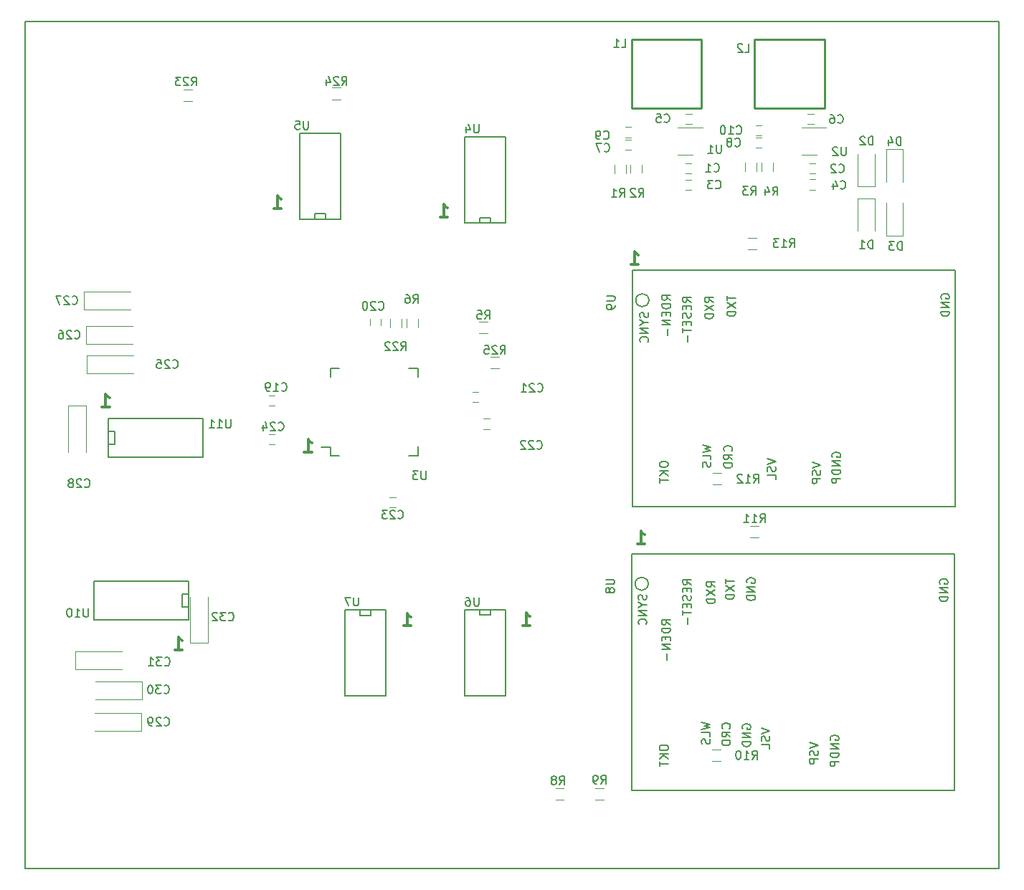
<source format=gbr>
G04 #@! TF.FileFunction,Legend,Bot*
%FSLAX46Y46*%
G04 Gerber Fmt 4.6, Leading zero omitted, Abs format (unit mm)*
G04 Created by KiCad (PCBNEW 4.0.6) date 07/05/17 08:39:23*
%MOMM*%
%LPD*%
G01*
G04 APERTURE LIST*
%ADD10C,0.100000*%
%ADD11C,0.300000*%
%ADD12C,0.150000*%
%ADD13C,0.120000*%
%ADD14C,0.250000*%
G04 APERTURE END LIST*
D10*
D11*
X115031428Y-58068571D02*
X115888571Y-58068571D01*
X115459999Y-58068571D02*
X115459999Y-56568571D01*
X115602856Y-56782857D01*
X115745714Y-56925714D01*
X115888571Y-56997143D01*
X95411428Y-57048571D02*
X96268571Y-57048571D01*
X95839999Y-57048571D02*
X95839999Y-55548571D01*
X95982856Y-55762857D01*
X96125714Y-55905714D01*
X96268571Y-55977143D01*
X110671428Y-106368571D02*
X111528571Y-106368571D01*
X111099999Y-106368571D02*
X111099999Y-104868571D01*
X111242856Y-105082857D01*
X111385714Y-105225714D01*
X111528571Y-105297143D01*
X124791428Y-106338571D02*
X125648571Y-106338571D01*
X125219999Y-106338571D02*
X125219999Y-104838571D01*
X125362856Y-105052857D01*
X125505714Y-105195714D01*
X125648571Y-105267143D01*
X83721428Y-109208571D02*
X84578571Y-109208571D01*
X84149999Y-109208571D02*
X84149999Y-107708571D01*
X84292856Y-107922857D01*
X84435714Y-108065714D01*
X84578571Y-108137143D01*
X75101428Y-80478571D02*
X75958571Y-80478571D01*
X75529999Y-80478571D02*
X75529999Y-78978571D01*
X75672856Y-79192857D01*
X75815714Y-79335714D01*
X75958571Y-79407143D01*
X98981428Y-85808571D02*
X99838571Y-85808571D01*
X99409999Y-85808571D02*
X99409999Y-84308571D01*
X99552856Y-84522857D01*
X99695714Y-84665714D01*
X99838571Y-84737143D01*
X138291428Y-96648571D02*
X139148571Y-96648571D01*
X138719999Y-96648571D02*
X138719999Y-95148571D01*
X138862856Y-95362857D01*
X139005714Y-95505714D01*
X139148571Y-95577143D01*
X137581428Y-63638571D02*
X138438571Y-63638571D01*
X138009999Y-63638571D02*
X138009999Y-62138571D01*
X138152856Y-62352857D01*
X138295714Y-62495714D01*
X138438571Y-62567143D01*
D12*
X66000000Y-35000000D02*
X66000000Y-135000000D01*
X66000000Y-135000000D02*
X181000000Y-135000000D01*
X181000000Y-35000000D02*
X181000000Y-135000000D01*
X66000000Y-35000000D02*
X181000000Y-35000000D01*
X102035000Y-86255000D02*
X102035000Y-85255000D01*
X112385000Y-86255000D02*
X112385000Y-85180000D01*
X112385000Y-75905000D02*
X112385000Y-76980000D01*
X102035000Y-75905000D02*
X102035000Y-76980000D01*
X102035000Y-86255000D02*
X103110000Y-86255000D01*
X102035000Y-75905000D02*
X103110000Y-75905000D01*
X112385000Y-75905000D02*
X111310000Y-75905000D01*
X112385000Y-86255000D02*
X111310000Y-86255000D01*
X102035000Y-85255000D02*
X101010000Y-85255000D01*
D13*
X143990000Y-52890000D02*
X144690000Y-52890000D01*
X144690000Y-51690000D02*
X143990000Y-51690000D01*
X158625000Y-52935000D02*
X159325000Y-52935000D01*
X159325000Y-51735000D02*
X158625000Y-51735000D01*
X144690000Y-53660000D02*
X143990000Y-53660000D01*
X143990000Y-54860000D02*
X144690000Y-54860000D01*
X159325000Y-53625000D02*
X158625000Y-53625000D01*
X158625000Y-54825000D02*
X159325000Y-54825000D01*
X144710000Y-45880000D02*
X144010000Y-45880000D01*
X144010000Y-47080000D02*
X144710000Y-47080000D01*
X159120000Y-45880000D02*
X158420000Y-45880000D01*
X158420000Y-47080000D02*
X159120000Y-47080000D01*
X136870000Y-50110000D02*
X137570000Y-50110000D01*
X137570000Y-48910000D02*
X136870000Y-48910000D01*
X152300000Y-49900000D02*
X153000000Y-49900000D01*
X153000000Y-48700000D02*
X152300000Y-48700000D01*
X136870000Y-48650000D02*
X137570000Y-48650000D01*
X137570000Y-47450000D02*
X136870000Y-47450000D01*
X152300000Y-48440000D02*
X153000000Y-48440000D01*
X153000000Y-47240000D02*
X152300000Y-47240000D01*
X95510000Y-79180000D02*
X94810000Y-79180000D01*
X94810000Y-80380000D02*
X95510000Y-80380000D01*
X107970000Y-70840000D02*
X107970000Y-70140000D01*
X106770000Y-70140000D02*
X106770000Y-70840000D01*
X118810000Y-79950000D02*
X119510000Y-79950000D01*
X119510000Y-78750000D02*
X118810000Y-78750000D01*
X120150000Y-83110000D02*
X120850000Y-83110000D01*
X120850000Y-81910000D02*
X120150000Y-81910000D01*
X109050000Y-92340000D02*
X109750000Y-92340000D01*
X109750000Y-91140000D02*
X109050000Y-91140000D01*
X95500000Y-83730000D02*
X94800000Y-83730000D01*
X94800000Y-84930000D02*
X95500000Y-84930000D01*
X73330000Y-76550000D02*
X78830000Y-76550000D01*
X73330000Y-74450000D02*
X78830000Y-74450000D01*
X73330000Y-76550000D02*
X73330000Y-74450000D01*
X73170000Y-73080000D02*
X78670000Y-73080000D01*
X73170000Y-70980000D02*
X78670000Y-70980000D01*
X73170000Y-73080000D02*
X73170000Y-70980000D01*
X72920000Y-68990000D02*
X78420000Y-68990000D01*
X72920000Y-66890000D02*
X78420000Y-66890000D01*
X72920000Y-68990000D02*
X72920000Y-66890000D01*
X71100000Y-80360000D02*
X71100000Y-85860000D01*
X73200000Y-80360000D02*
X73200000Y-85860000D01*
X71100000Y-80360000D02*
X73200000Y-80360000D01*
X79730000Y-116690000D02*
X74230000Y-116690000D01*
X79730000Y-118790000D02*
X74230000Y-118790000D01*
X79730000Y-116690000D02*
X79730000Y-118790000D01*
X79810000Y-112920000D02*
X74310000Y-112920000D01*
X79810000Y-115020000D02*
X74310000Y-115020000D01*
X79810000Y-112920000D02*
X79810000Y-115020000D01*
X71960000Y-111500000D02*
X77460000Y-111500000D01*
X71960000Y-109400000D02*
X77460000Y-109400000D01*
X71960000Y-111500000D02*
X71960000Y-109400000D01*
X87580000Y-108410000D02*
X87580000Y-102910000D01*
X85480000Y-108410000D02*
X85480000Y-102910000D01*
X87580000Y-108410000D02*
X85480000Y-108410000D01*
X166340000Y-54440000D02*
X164340000Y-54440000D01*
X164340000Y-54440000D02*
X164340000Y-50590000D01*
X166340000Y-54440000D02*
X166340000Y-50590000D01*
X169680000Y-60250000D02*
X167680000Y-60250000D01*
X167680000Y-60250000D02*
X167680000Y-56400000D01*
X169680000Y-60250000D02*
X169680000Y-56400000D01*
X167680000Y-50040000D02*
X169680000Y-50040000D01*
X169680000Y-50040000D02*
X169680000Y-53890000D01*
X167680000Y-50040000D02*
X167680000Y-53890000D01*
D14*
X137626000Y-37116000D02*
X137626000Y-45244000D01*
X137626000Y-45244000D02*
X145881000Y-45244000D01*
X145881000Y-45244000D02*
X145881000Y-37116000D01*
X145881000Y-37116000D02*
X137626000Y-37116000D01*
X152146000Y-37116000D02*
X152146000Y-45244000D01*
X152146000Y-45244000D02*
X160401000Y-45244000D01*
X160401000Y-45244000D02*
X160401000Y-37116000D01*
X160401000Y-37116000D02*
X152146000Y-37116000D01*
D13*
X136950000Y-52880000D02*
X136950000Y-51880000D01*
X135590000Y-51880000D02*
X135590000Y-52880000D01*
X137490000Y-51870000D02*
X137490000Y-52870000D01*
X138850000Y-52870000D02*
X138850000Y-51870000D01*
X152380000Y-52670000D02*
X152380000Y-51670000D01*
X151020000Y-51670000D02*
X151020000Y-52670000D01*
X152920000Y-51670000D02*
X152920000Y-52670000D01*
X154280000Y-52670000D02*
X154280000Y-51670000D01*
X119642000Y-71800000D02*
X120642000Y-71800000D01*
X120642000Y-70440000D02*
X119642000Y-70440000D01*
X111080000Y-70112000D02*
X111080000Y-71112000D01*
X112440000Y-71112000D02*
X112440000Y-70112000D01*
X128630000Y-126950000D02*
X129630000Y-126950000D01*
X129630000Y-125590000D02*
X128630000Y-125590000D01*
X133310000Y-126950000D02*
X134310000Y-126950000D01*
X134310000Y-125590000D02*
X133310000Y-125590000D01*
X148150000Y-121000000D02*
X147150000Y-121000000D01*
X147150000Y-122360000D02*
X148150000Y-122360000D01*
X152646000Y-94570000D02*
X151646000Y-94570000D01*
X151646000Y-95930000D02*
X152646000Y-95930000D01*
X148240000Y-88330000D02*
X147240000Y-88330000D01*
X147240000Y-89690000D02*
X148240000Y-89690000D01*
X152330000Y-60500000D02*
X151330000Y-60500000D01*
X151330000Y-61860000D02*
X152330000Y-61860000D01*
X144870000Y-50680000D02*
X143070000Y-50680000D01*
X143070000Y-47460000D02*
X146020000Y-47460000D01*
X159470000Y-50680000D02*
X157670000Y-50680000D01*
X157670000Y-47460000D02*
X160620000Y-47460000D01*
D12*
X122746000Y-48620000D02*
X117920000Y-48620000D01*
X117920000Y-48620000D02*
X117920000Y-58780000D01*
X117920000Y-58780000D02*
X122746000Y-58780000D01*
X122746000Y-58780000D02*
X122746000Y-48620000D01*
X120968000Y-58780000D02*
X120968000Y-58145000D01*
X120968000Y-58145000D02*
X119698000Y-58145000D01*
X119698000Y-58145000D02*
X119698000Y-58780000D01*
X103256000Y-48150000D02*
X98430000Y-48150000D01*
X98430000Y-48150000D02*
X98430000Y-58310000D01*
X98430000Y-58310000D02*
X103256000Y-58310000D01*
X103256000Y-58310000D02*
X103256000Y-48150000D01*
X101478000Y-58310000D02*
X101478000Y-57675000D01*
X101478000Y-57675000D02*
X100208000Y-57675000D01*
X100208000Y-57675000D02*
X100208000Y-58310000D01*
X117914000Y-114600000D02*
X122740000Y-114600000D01*
X122740000Y-114600000D02*
X122740000Y-104440000D01*
X122740000Y-104440000D02*
X117914000Y-104440000D01*
X117914000Y-104440000D02*
X117914000Y-114600000D01*
X119692000Y-104440000D02*
X119692000Y-105075000D01*
X119692000Y-105075000D02*
X120962000Y-105075000D01*
X120962000Y-105075000D02*
X120962000Y-104440000D01*
X103774000Y-114660000D02*
X108600000Y-114660000D01*
X108600000Y-114660000D02*
X108600000Y-104500000D01*
X108600000Y-104500000D02*
X103774000Y-104500000D01*
X103774000Y-104500000D02*
X103774000Y-114660000D01*
X105552000Y-104500000D02*
X105552000Y-105135000D01*
X105552000Y-105135000D02*
X106822000Y-105135000D01*
X106822000Y-105135000D02*
X106822000Y-104500000D01*
X139585511Y-101396000D02*
G75*
G03X139585511Y-101396000I-772511J0D01*
G01*
X137670000Y-97840000D02*
X137670000Y-125780000D01*
X137670000Y-125780000D02*
X175770000Y-125780000D01*
X175770000Y-125780000D02*
X175770000Y-97840000D01*
X175770000Y-97840000D02*
X137670000Y-97840000D01*
X139655511Y-67896000D02*
G75*
G03X139655511Y-67896000I-772511J0D01*
G01*
X137740000Y-64340000D02*
X137740000Y-92280000D01*
X137740000Y-92280000D02*
X175840000Y-92280000D01*
X175840000Y-92280000D02*
X175840000Y-64340000D01*
X175840000Y-64340000D02*
X137740000Y-64340000D01*
X85328000Y-102608000D02*
X84566000Y-102608000D01*
X84566000Y-102608000D02*
X84566000Y-104132000D01*
X84566000Y-104132000D02*
X85328000Y-104132000D01*
X74152000Y-101084000D02*
X74152000Y-105656000D01*
X74152000Y-105656000D02*
X85328000Y-105656000D01*
X85328000Y-105656000D02*
X85328000Y-101084000D01*
X85328000Y-101084000D02*
X74152000Y-101084000D01*
X75842000Y-84922000D02*
X76604000Y-84922000D01*
X76604000Y-84922000D02*
X76604000Y-83398000D01*
X76604000Y-83398000D02*
X75842000Y-83398000D01*
X87018000Y-86446000D02*
X87018000Y-81874000D01*
X87018000Y-81874000D02*
X75842000Y-81874000D01*
X75842000Y-81874000D02*
X75842000Y-86446000D01*
X75842000Y-86446000D02*
X87018000Y-86446000D01*
D13*
X164340000Y-55850000D02*
X166340000Y-55850000D01*
X166340000Y-55850000D02*
X166340000Y-59700000D01*
X164340000Y-55850000D02*
X164340000Y-59700000D01*
X110500000Y-71120000D02*
X110500000Y-70120000D01*
X109140000Y-70120000D02*
X109140000Y-71120000D01*
X84750000Y-44330000D02*
X85750000Y-44330000D01*
X85750000Y-42970000D02*
X84750000Y-42970000D01*
X103260000Y-42790000D02*
X102260000Y-42790000D01*
X102260000Y-44150000D02*
X103260000Y-44150000D01*
X120970000Y-75920000D02*
X121970000Y-75920000D01*
X121970000Y-74560000D02*
X120970000Y-74560000D01*
D12*
X113351905Y-88072381D02*
X113351905Y-88881905D01*
X113304286Y-88977143D01*
X113256667Y-89024762D01*
X113161429Y-89072381D01*
X112970952Y-89072381D01*
X112875714Y-89024762D01*
X112828095Y-88977143D01*
X112780476Y-88881905D01*
X112780476Y-88072381D01*
X112399524Y-88072381D02*
X111780476Y-88072381D01*
X112113810Y-88453333D01*
X111970952Y-88453333D01*
X111875714Y-88500952D01*
X111828095Y-88548571D01*
X111780476Y-88643810D01*
X111780476Y-88881905D01*
X111828095Y-88977143D01*
X111875714Y-89024762D01*
X111970952Y-89072381D01*
X112256667Y-89072381D01*
X112351905Y-89024762D01*
X112399524Y-88977143D01*
X147346666Y-52637143D02*
X147394285Y-52684762D01*
X147537142Y-52732381D01*
X147632380Y-52732381D01*
X147775238Y-52684762D01*
X147870476Y-52589524D01*
X147918095Y-52494286D01*
X147965714Y-52303810D01*
X147965714Y-52160952D01*
X147918095Y-51970476D01*
X147870476Y-51875238D01*
X147775238Y-51780000D01*
X147632380Y-51732381D01*
X147537142Y-51732381D01*
X147394285Y-51780000D01*
X147346666Y-51827619D01*
X146394285Y-52732381D02*
X146965714Y-52732381D01*
X146680000Y-52732381D02*
X146680000Y-51732381D01*
X146775238Y-51875238D01*
X146870476Y-51970476D01*
X146965714Y-52018095D01*
X162096666Y-52737143D02*
X162144285Y-52784762D01*
X162287142Y-52832381D01*
X162382380Y-52832381D01*
X162525238Y-52784762D01*
X162620476Y-52689524D01*
X162668095Y-52594286D01*
X162715714Y-52403810D01*
X162715714Y-52260952D01*
X162668095Y-52070476D01*
X162620476Y-51975238D01*
X162525238Y-51880000D01*
X162382380Y-51832381D01*
X162287142Y-51832381D01*
X162144285Y-51880000D01*
X162096666Y-51927619D01*
X161715714Y-51927619D02*
X161668095Y-51880000D01*
X161572857Y-51832381D01*
X161334761Y-51832381D01*
X161239523Y-51880000D01*
X161191904Y-51927619D01*
X161144285Y-52022857D01*
X161144285Y-52118095D01*
X161191904Y-52260952D01*
X161763333Y-52832381D01*
X161144285Y-52832381D01*
X147526666Y-54627143D02*
X147574285Y-54674762D01*
X147717142Y-54722381D01*
X147812380Y-54722381D01*
X147955238Y-54674762D01*
X148050476Y-54579524D01*
X148098095Y-54484286D01*
X148145714Y-54293810D01*
X148145714Y-54150952D01*
X148098095Y-53960476D01*
X148050476Y-53865238D01*
X147955238Y-53770000D01*
X147812380Y-53722381D01*
X147717142Y-53722381D01*
X147574285Y-53770000D01*
X147526666Y-53817619D01*
X147193333Y-53722381D02*
X146574285Y-53722381D01*
X146907619Y-54103333D01*
X146764761Y-54103333D01*
X146669523Y-54150952D01*
X146621904Y-54198571D01*
X146574285Y-54293810D01*
X146574285Y-54531905D01*
X146621904Y-54627143D01*
X146669523Y-54674762D01*
X146764761Y-54722381D01*
X147050476Y-54722381D01*
X147145714Y-54674762D01*
X147193333Y-54627143D01*
X162276666Y-54677143D02*
X162324285Y-54724762D01*
X162467142Y-54772381D01*
X162562380Y-54772381D01*
X162705238Y-54724762D01*
X162800476Y-54629524D01*
X162848095Y-54534286D01*
X162895714Y-54343810D01*
X162895714Y-54200952D01*
X162848095Y-54010476D01*
X162800476Y-53915238D01*
X162705238Y-53820000D01*
X162562380Y-53772381D01*
X162467142Y-53772381D01*
X162324285Y-53820000D01*
X162276666Y-53867619D01*
X161419523Y-54105714D02*
X161419523Y-54772381D01*
X161657619Y-53724762D02*
X161895714Y-54439048D01*
X161276666Y-54439048D01*
X141476666Y-46787143D02*
X141524285Y-46834762D01*
X141667142Y-46882381D01*
X141762380Y-46882381D01*
X141905238Y-46834762D01*
X142000476Y-46739524D01*
X142048095Y-46644286D01*
X142095714Y-46453810D01*
X142095714Y-46310952D01*
X142048095Y-46120476D01*
X142000476Y-46025238D01*
X141905238Y-45930000D01*
X141762380Y-45882381D01*
X141667142Y-45882381D01*
X141524285Y-45930000D01*
X141476666Y-45977619D01*
X140571904Y-45882381D02*
X141048095Y-45882381D01*
X141095714Y-46358571D01*
X141048095Y-46310952D01*
X140952857Y-46263333D01*
X140714761Y-46263333D01*
X140619523Y-46310952D01*
X140571904Y-46358571D01*
X140524285Y-46453810D01*
X140524285Y-46691905D01*
X140571904Y-46787143D01*
X140619523Y-46834762D01*
X140714761Y-46882381D01*
X140952857Y-46882381D01*
X141048095Y-46834762D01*
X141095714Y-46787143D01*
X161966666Y-46887143D02*
X162014285Y-46934762D01*
X162157142Y-46982381D01*
X162252380Y-46982381D01*
X162395238Y-46934762D01*
X162490476Y-46839524D01*
X162538095Y-46744286D01*
X162585714Y-46553810D01*
X162585714Y-46410952D01*
X162538095Y-46220476D01*
X162490476Y-46125238D01*
X162395238Y-46030000D01*
X162252380Y-45982381D01*
X162157142Y-45982381D01*
X162014285Y-46030000D01*
X161966666Y-46077619D01*
X161109523Y-45982381D02*
X161300000Y-45982381D01*
X161395238Y-46030000D01*
X161442857Y-46077619D01*
X161538095Y-46220476D01*
X161585714Y-46410952D01*
X161585714Y-46791905D01*
X161538095Y-46887143D01*
X161490476Y-46934762D01*
X161395238Y-46982381D01*
X161204761Y-46982381D01*
X161109523Y-46934762D01*
X161061904Y-46887143D01*
X161014285Y-46791905D01*
X161014285Y-46553810D01*
X161061904Y-46458571D01*
X161109523Y-46410952D01*
X161204761Y-46363333D01*
X161395238Y-46363333D01*
X161490476Y-46410952D01*
X161538095Y-46458571D01*
X161585714Y-46553810D01*
X134396666Y-50257143D02*
X134444285Y-50304762D01*
X134587142Y-50352381D01*
X134682380Y-50352381D01*
X134825238Y-50304762D01*
X134920476Y-50209524D01*
X134968095Y-50114286D01*
X135015714Y-49923810D01*
X135015714Y-49780952D01*
X134968095Y-49590476D01*
X134920476Y-49495238D01*
X134825238Y-49400000D01*
X134682380Y-49352381D01*
X134587142Y-49352381D01*
X134444285Y-49400000D01*
X134396666Y-49447619D01*
X134063333Y-49352381D02*
X133396666Y-49352381D01*
X133825238Y-50352381D01*
X149826666Y-49647143D02*
X149874285Y-49694762D01*
X150017142Y-49742381D01*
X150112380Y-49742381D01*
X150255238Y-49694762D01*
X150350476Y-49599524D01*
X150398095Y-49504286D01*
X150445714Y-49313810D01*
X150445714Y-49170952D01*
X150398095Y-48980476D01*
X150350476Y-48885238D01*
X150255238Y-48790000D01*
X150112380Y-48742381D01*
X150017142Y-48742381D01*
X149874285Y-48790000D01*
X149826666Y-48837619D01*
X149255238Y-49170952D02*
X149350476Y-49123333D01*
X149398095Y-49075714D01*
X149445714Y-48980476D01*
X149445714Y-48932857D01*
X149398095Y-48837619D01*
X149350476Y-48790000D01*
X149255238Y-48742381D01*
X149064761Y-48742381D01*
X148969523Y-48790000D01*
X148921904Y-48837619D01*
X148874285Y-48932857D01*
X148874285Y-48980476D01*
X148921904Y-49075714D01*
X148969523Y-49123333D01*
X149064761Y-49170952D01*
X149255238Y-49170952D01*
X149350476Y-49218571D01*
X149398095Y-49266190D01*
X149445714Y-49361429D01*
X149445714Y-49551905D01*
X149398095Y-49647143D01*
X149350476Y-49694762D01*
X149255238Y-49742381D01*
X149064761Y-49742381D01*
X148969523Y-49694762D01*
X148921904Y-49647143D01*
X148874285Y-49551905D01*
X148874285Y-49361429D01*
X148921904Y-49266190D01*
X148969523Y-49218571D01*
X149064761Y-49170952D01*
X134326666Y-48787143D02*
X134374285Y-48834762D01*
X134517142Y-48882381D01*
X134612380Y-48882381D01*
X134755238Y-48834762D01*
X134850476Y-48739524D01*
X134898095Y-48644286D01*
X134945714Y-48453810D01*
X134945714Y-48310952D01*
X134898095Y-48120476D01*
X134850476Y-48025238D01*
X134755238Y-47930000D01*
X134612380Y-47882381D01*
X134517142Y-47882381D01*
X134374285Y-47930000D01*
X134326666Y-47977619D01*
X133850476Y-48882381D02*
X133660000Y-48882381D01*
X133564761Y-48834762D01*
X133517142Y-48787143D01*
X133421904Y-48644286D01*
X133374285Y-48453810D01*
X133374285Y-48072857D01*
X133421904Y-47977619D01*
X133469523Y-47930000D01*
X133564761Y-47882381D01*
X133755238Y-47882381D01*
X133850476Y-47930000D01*
X133898095Y-47977619D01*
X133945714Y-48072857D01*
X133945714Y-48310952D01*
X133898095Y-48406190D01*
X133850476Y-48453810D01*
X133755238Y-48501429D01*
X133564761Y-48501429D01*
X133469523Y-48453810D01*
X133421904Y-48406190D01*
X133374285Y-48310952D01*
X150012857Y-48177143D02*
X150060476Y-48224762D01*
X150203333Y-48272381D01*
X150298571Y-48272381D01*
X150441429Y-48224762D01*
X150536667Y-48129524D01*
X150584286Y-48034286D01*
X150631905Y-47843810D01*
X150631905Y-47700952D01*
X150584286Y-47510476D01*
X150536667Y-47415238D01*
X150441429Y-47320000D01*
X150298571Y-47272381D01*
X150203333Y-47272381D01*
X150060476Y-47320000D01*
X150012857Y-47367619D01*
X149060476Y-48272381D02*
X149631905Y-48272381D01*
X149346191Y-48272381D02*
X149346191Y-47272381D01*
X149441429Y-47415238D01*
X149536667Y-47510476D01*
X149631905Y-47558095D01*
X148441429Y-47272381D02*
X148346190Y-47272381D01*
X148250952Y-47320000D01*
X148203333Y-47367619D01*
X148155714Y-47462857D01*
X148108095Y-47653333D01*
X148108095Y-47891429D01*
X148155714Y-48081905D01*
X148203333Y-48177143D01*
X148250952Y-48224762D01*
X148346190Y-48272381D01*
X148441429Y-48272381D01*
X148536667Y-48224762D01*
X148584286Y-48177143D01*
X148631905Y-48081905D01*
X148679524Y-47891429D01*
X148679524Y-47653333D01*
X148631905Y-47462857D01*
X148584286Y-47367619D01*
X148536667Y-47320000D01*
X148441429Y-47272381D01*
X96282857Y-78537143D02*
X96330476Y-78584762D01*
X96473333Y-78632381D01*
X96568571Y-78632381D01*
X96711429Y-78584762D01*
X96806667Y-78489524D01*
X96854286Y-78394286D01*
X96901905Y-78203810D01*
X96901905Y-78060952D01*
X96854286Y-77870476D01*
X96806667Y-77775238D01*
X96711429Y-77680000D01*
X96568571Y-77632381D01*
X96473333Y-77632381D01*
X96330476Y-77680000D01*
X96282857Y-77727619D01*
X95330476Y-78632381D02*
X95901905Y-78632381D01*
X95616191Y-78632381D02*
X95616191Y-77632381D01*
X95711429Y-77775238D01*
X95806667Y-77870476D01*
X95901905Y-77918095D01*
X94854286Y-78632381D02*
X94663810Y-78632381D01*
X94568571Y-78584762D01*
X94520952Y-78537143D01*
X94425714Y-78394286D01*
X94378095Y-78203810D01*
X94378095Y-77822857D01*
X94425714Y-77727619D01*
X94473333Y-77680000D01*
X94568571Y-77632381D01*
X94759048Y-77632381D01*
X94854286Y-77680000D01*
X94901905Y-77727619D01*
X94949524Y-77822857D01*
X94949524Y-78060952D01*
X94901905Y-78156190D01*
X94854286Y-78203810D01*
X94759048Y-78251429D01*
X94568571Y-78251429D01*
X94473333Y-78203810D01*
X94425714Y-78156190D01*
X94378095Y-78060952D01*
X107762857Y-68947143D02*
X107810476Y-68994762D01*
X107953333Y-69042381D01*
X108048571Y-69042381D01*
X108191429Y-68994762D01*
X108286667Y-68899524D01*
X108334286Y-68804286D01*
X108381905Y-68613810D01*
X108381905Y-68470952D01*
X108334286Y-68280476D01*
X108286667Y-68185238D01*
X108191429Y-68090000D01*
X108048571Y-68042381D01*
X107953333Y-68042381D01*
X107810476Y-68090000D01*
X107762857Y-68137619D01*
X107381905Y-68137619D02*
X107334286Y-68090000D01*
X107239048Y-68042381D01*
X107000952Y-68042381D01*
X106905714Y-68090000D01*
X106858095Y-68137619D01*
X106810476Y-68232857D01*
X106810476Y-68328095D01*
X106858095Y-68470952D01*
X107429524Y-69042381D01*
X106810476Y-69042381D01*
X106191429Y-68042381D02*
X106096190Y-68042381D01*
X106000952Y-68090000D01*
X105953333Y-68137619D01*
X105905714Y-68232857D01*
X105858095Y-68423333D01*
X105858095Y-68661429D01*
X105905714Y-68851905D01*
X105953333Y-68947143D01*
X106000952Y-68994762D01*
X106096190Y-69042381D01*
X106191429Y-69042381D01*
X106286667Y-68994762D01*
X106334286Y-68947143D01*
X106381905Y-68851905D01*
X106429524Y-68661429D01*
X106429524Y-68423333D01*
X106381905Y-68232857D01*
X106334286Y-68137619D01*
X106286667Y-68090000D01*
X106191429Y-68042381D01*
X126512857Y-78637143D02*
X126560476Y-78684762D01*
X126703333Y-78732381D01*
X126798571Y-78732381D01*
X126941429Y-78684762D01*
X127036667Y-78589524D01*
X127084286Y-78494286D01*
X127131905Y-78303810D01*
X127131905Y-78160952D01*
X127084286Y-77970476D01*
X127036667Y-77875238D01*
X126941429Y-77780000D01*
X126798571Y-77732381D01*
X126703333Y-77732381D01*
X126560476Y-77780000D01*
X126512857Y-77827619D01*
X126131905Y-77827619D02*
X126084286Y-77780000D01*
X125989048Y-77732381D01*
X125750952Y-77732381D01*
X125655714Y-77780000D01*
X125608095Y-77827619D01*
X125560476Y-77922857D01*
X125560476Y-78018095D01*
X125608095Y-78160952D01*
X126179524Y-78732381D01*
X125560476Y-78732381D01*
X124608095Y-78732381D02*
X125179524Y-78732381D01*
X124893810Y-78732381D02*
X124893810Y-77732381D01*
X124989048Y-77875238D01*
X125084286Y-77970476D01*
X125179524Y-78018095D01*
X126422857Y-85387143D02*
X126470476Y-85434762D01*
X126613333Y-85482381D01*
X126708571Y-85482381D01*
X126851429Y-85434762D01*
X126946667Y-85339524D01*
X126994286Y-85244286D01*
X127041905Y-85053810D01*
X127041905Y-84910952D01*
X126994286Y-84720476D01*
X126946667Y-84625238D01*
X126851429Y-84530000D01*
X126708571Y-84482381D01*
X126613333Y-84482381D01*
X126470476Y-84530000D01*
X126422857Y-84577619D01*
X126041905Y-84577619D02*
X125994286Y-84530000D01*
X125899048Y-84482381D01*
X125660952Y-84482381D01*
X125565714Y-84530000D01*
X125518095Y-84577619D01*
X125470476Y-84672857D01*
X125470476Y-84768095D01*
X125518095Y-84910952D01*
X126089524Y-85482381D01*
X125470476Y-85482381D01*
X125089524Y-84577619D02*
X125041905Y-84530000D01*
X124946667Y-84482381D01*
X124708571Y-84482381D01*
X124613333Y-84530000D01*
X124565714Y-84577619D01*
X124518095Y-84672857D01*
X124518095Y-84768095D01*
X124565714Y-84910952D01*
X125137143Y-85482381D01*
X124518095Y-85482381D01*
X110042857Y-93627143D02*
X110090476Y-93674762D01*
X110233333Y-93722381D01*
X110328571Y-93722381D01*
X110471429Y-93674762D01*
X110566667Y-93579524D01*
X110614286Y-93484286D01*
X110661905Y-93293810D01*
X110661905Y-93150952D01*
X110614286Y-92960476D01*
X110566667Y-92865238D01*
X110471429Y-92770000D01*
X110328571Y-92722381D01*
X110233333Y-92722381D01*
X110090476Y-92770000D01*
X110042857Y-92817619D01*
X109661905Y-92817619D02*
X109614286Y-92770000D01*
X109519048Y-92722381D01*
X109280952Y-92722381D01*
X109185714Y-92770000D01*
X109138095Y-92817619D01*
X109090476Y-92912857D01*
X109090476Y-93008095D01*
X109138095Y-93150952D01*
X109709524Y-93722381D01*
X109090476Y-93722381D01*
X108757143Y-92722381D02*
X108138095Y-92722381D01*
X108471429Y-93103333D01*
X108328571Y-93103333D01*
X108233333Y-93150952D01*
X108185714Y-93198571D01*
X108138095Y-93293810D01*
X108138095Y-93531905D01*
X108185714Y-93627143D01*
X108233333Y-93674762D01*
X108328571Y-93722381D01*
X108614286Y-93722381D01*
X108709524Y-93674762D01*
X108757143Y-93627143D01*
X95912857Y-83197143D02*
X95960476Y-83244762D01*
X96103333Y-83292381D01*
X96198571Y-83292381D01*
X96341429Y-83244762D01*
X96436667Y-83149524D01*
X96484286Y-83054286D01*
X96531905Y-82863810D01*
X96531905Y-82720952D01*
X96484286Y-82530476D01*
X96436667Y-82435238D01*
X96341429Y-82340000D01*
X96198571Y-82292381D01*
X96103333Y-82292381D01*
X95960476Y-82340000D01*
X95912857Y-82387619D01*
X95531905Y-82387619D02*
X95484286Y-82340000D01*
X95389048Y-82292381D01*
X95150952Y-82292381D01*
X95055714Y-82340000D01*
X95008095Y-82387619D01*
X94960476Y-82482857D01*
X94960476Y-82578095D01*
X95008095Y-82720952D01*
X95579524Y-83292381D01*
X94960476Y-83292381D01*
X94103333Y-82625714D02*
X94103333Y-83292381D01*
X94341429Y-82244762D02*
X94579524Y-82959048D01*
X93960476Y-82959048D01*
X83432857Y-75827143D02*
X83480476Y-75874762D01*
X83623333Y-75922381D01*
X83718571Y-75922381D01*
X83861429Y-75874762D01*
X83956667Y-75779524D01*
X84004286Y-75684286D01*
X84051905Y-75493810D01*
X84051905Y-75350952D01*
X84004286Y-75160476D01*
X83956667Y-75065238D01*
X83861429Y-74970000D01*
X83718571Y-74922381D01*
X83623333Y-74922381D01*
X83480476Y-74970000D01*
X83432857Y-75017619D01*
X83051905Y-75017619D02*
X83004286Y-74970000D01*
X82909048Y-74922381D01*
X82670952Y-74922381D01*
X82575714Y-74970000D01*
X82528095Y-75017619D01*
X82480476Y-75112857D01*
X82480476Y-75208095D01*
X82528095Y-75350952D01*
X83099524Y-75922381D01*
X82480476Y-75922381D01*
X81575714Y-74922381D02*
X82051905Y-74922381D01*
X82099524Y-75398571D01*
X82051905Y-75350952D01*
X81956667Y-75303333D01*
X81718571Y-75303333D01*
X81623333Y-75350952D01*
X81575714Y-75398571D01*
X81528095Y-75493810D01*
X81528095Y-75731905D01*
X81575714Y-75827143D01*
X81623333Y-75874762D01*
X81718571Y-75922381D01*
X81956667Y-75922381D01*
X82051905Y-75874762D01*
X82099524Y-75827143D01*
X71862857Y-72357143D02*
X71910476Y-72404762D01*
X72053333Y-72452381D01*
X72148571Y-72452381D01*
X72291429Y-72404762D01*
X72386667Y-72309524D01*
X72434286Y-72214286D01*
X72481905Y-72023810D01*
X72481905Y-71880952D01*
X72434286Y-71690476D01*
X72386667Y-71595238D01*
X72291429Y-71500000D01*
X72148571Y-71452381D01*
X72053333Y-71452381D01*
X71910476Y-71500000D01*
X71862857Y-71547619D01*
X71481905Y-71547619D02*
X71434286Y-71500000D01*
X71339048Y-71452381D01*
X71100952Y-71452381D01*
X71005714Y-71500000D01*
X70958095Y-71547619D01*
X70910476Y-71642857D01*
X70910476Y-71738095D01*
X70958095Y-71880952D01*
X71529524Y-72452381D01*
X70910476Y-72452381D01*
X70053333Y-71452381D02*
X70243810Y-71452381D01*
X70339048Y-71500000D01*
X70386667Y-71547619D01*
X70481905Y-71690476D01*
X70529524Y-71880952D01*
X70529524Y-72261905D01*
X70481905Y-72357143D01*
X70434286Y-72404762D01*
X70339048Y-72452381D01*
X70148571Y-72452381D01*
X70053333Y-72404762D01*
X70005714Y-72357143D01*
X69958095Y-72261905D01*
X69958095Y-72023810D01*
X70005714Y-71928571D01*
X70053333Y-71880952D01*
X70148571Y-71833333D01*
X70339048Y-71833333D01*
X70434286Y-71880952D01*
X70481905Y-71928571D01*
X70529524Y-72023810D01*
X71562857Y-68297143D02*
X71610476Y-68344762D01*
X71753333Y-68392381D01*
X71848571Y-68392381D01*
X71991429Y-68344762D01*
X72086667Y-68249524D01*
X72134286Y-68154286D01*
X72181905Y-67963810D01*
X72181905Y-67820952D01*
X72134286Y-67630476D01*
X72086667Y-67535238D01*
X71991429Y-67440000D01*
X71848571Y-67392381D01*
X71753333Y-67392381D01*
X71610476Y-67440000D01*
X71562857Y-67487619D01*
X71181905Y-67487619D02*
X71134286Y-67440000D01*
X71039048Y-67392381D01*
X70800952Y-67392381D01*
X70705714Y-67440000D01*
X70658095Y-67487619D01*
X70610476Y-67582857D01*
X70610476Y-67678095D01*
X70658095Y-67820952D01*
X71229524Y-68392381D01*
X70610476Y-68392381D01*
X70277143Y-67392381D02*
X69610476Y-67392381D01*
X70039048Y-68392381D01*
X73032857Y-89927143D02*
X73080476Y-89974762D01*
X73223333Y-90022381D01*
X73318571Y-90022381D01*
X73461429Y-89974762D01*
X73556667Y-89879524D01*
X73604286Y-89784286D01*
X73651905Y-89593810D01*
X73651905Y-89450952D01*
X73604286Y-89260476D01*
X73556667Y-89165238D01*
X73461429Y-89070000D01*
X73318571Y-89022381D01*
X73223333Y-89022381D01*
X73080476Y-89070000D01*
X73032857Y-89117619D01*
X72651905Y-89117619D02*
X72604286Y-89070000D01*
X72509048Y-89022381D01*
X72270952Y-89022381D01*
X72175714Y-89070000D01*
X72128095Y-89117619D01*
X72080476Y-89212857D01*
X72080476Y-89308095D01*
X72128095Y-89450952D01*
X72699524Y-90022381D01*
X72080476Y-90022381D01*
X71509048Y-89450952D02*
X71604286Y-89403333D01*
X71651905Y-89355714D01*
X71699524Y-89260476D01*
X71699524Y-89212857D01*
X71651905Y-89117619D01*
X71604286Y-89070000D01*
X71509048Y-89022381D01*
X71318571Y-89022381D01*
X71223333Y-89070000D01*
X71175714Y-89117619D01*
X71128095Y-89212857D01*
X71128095Y-89260476D01*
X71175714Y-89355714D01*
X71223333Y-89403333D01*
X71318571Y-89450952D01*
X71509048Y-89450952D01*
X71604286Y-89498571D01*
X71651905Y-89546190D01*
X71699524Y-89641429D01*
X71699524Y-89831905D01*
X71651905Y-89927143D01*
X71604286Y-89974762D01*
X71509048Y-90022381D01*
X71318571Y-90022381D01*
X71223333Y-89974762D01*
X71175714Y-89927143D01*
X71128095Y-89831905D01*
X71128095Y-89641429D01*
X71175714Y-89546190D01*
X71223333Y-89498571D01*
X71318571Y-89450952D01*
X82422857Y-118097143D02*
X82470476Y-118144762D01*
X82613333Y-118192381D01*
X82708571Y-118192381D01*
X82851429Y-118144762D01*
X82946667Y-118049524D01*
X82994286Y-117954286D01*
X83041905Y-117763810D01*
X83041905Y-117620952D01*
X82994286Y-117430476D01*
X82946667Y-117335238D01*
X82851429Y-117240000D01*
X82708571Y-117192381D01*
X82613333Y-117192381D01*
X82470476Y-117240000D01*
X82422857Y-117287619D01*
X82041905Y-117287619D02*
X81994286Y-117240000D01*
X81899048Y-117192381D01*
X81660952Y-117192381D01*
X81565714Y-117240000D01*
X81518095Y-117287619D01*
X81470476Y-117382857D01*
X81470476Y-117478095D01*
X81518095Y-117620952D01*
X82089524Y-118192381D01*
X81470476Y-118192381D01*
X80994286Y-118192381D02*
X80803810Y-118192381D01*
X80708571Y-118144762D01*
X80660952Y-118097143D01*
X80565714Y-117954286D01*
X80518095Y-117763810D01*
X80518095Y-117382857D01*
X80565714Y-117287619D01*
X80613333Y-117240000D01*
X80708571Y-117192381D01*
X80899048Y-117192381D01*
X80994286Y-117240000D01*
X81041905Y-117287619D01*
X81089524Y-117382857D01*
X81089524Y-117620952D01*
X81041905Y-117716190D01*
X80994286Y-117763810D01*
X80899048Y-117811429D01*
X80708571Y-117811429D01*
X80613333Y-117763810D01*
X80565714Y-117716190D01*
X80518095Y-117620952D01*
X82392857Y-114287143D02*
X82440476Y-114334762D01*
X82583333Y-114382381D01*
X82678571Y-114382381D01*
X82821429Y-114334762D01*
X82916667Y-114239524D01*
X82964286Y-114144286D01*
X83011905Y-113953810D01*
X83011905Y-113810952D01*
X82964286Y-113620476D01*
X82916667Y-113525238D01*
X82821429Y-113430000D01*
X82678571Y-113382381D01*
X82583333Y-113382381D01*
X82440476Y-113430000D01*
X82392857Y-113477619D01*
X82059524Y-113382381D02*
X81440476Y-113382381D01*
X81773810Y-113763333D01*
X81630952Y-113763333D01*
X81535714Y-113810952D01*
X81488095Y-113858571D01*
X81440476Y-113953810D01*
X81440476Y-114191905D01*
X81488095Y-114287143D01*
X81535714Y-114334762D01*
X81630952Y-114382381D01*
X81916667Y-114382381D01*
X82011905Y-114334762D01*
X82059524Y-114287143D01*
X80821429Y-113382381D02*
X80726190Y-113382381D01*
X80630952Y-113430000D01*
X80583333Y-113477619D01*
X80535714Y-113572857D01*
X80488095Y-113763333D01*
X80488095Y-114001429D01*
X80535714Y-114191905D01*
X80583333Y-114287143D01*
X80630952Y-114334762D01*
X80726190Y-114382381D01*
X80821429Y-114382381D01*
X80916667Y-114334762D01*
X80964286Y-114287143D01*
X81011905Y-114191905D01*
X81059524Y-114001429D01*
X81059524Y-113763333D01*
X81011905Y-113572857D01*
X80964286Y-113477619D01*
X80916667Y-113430000D01*
X80821429Y-113382381D01*
X82482857Y-110997143D02*
X82530476Y-111044762D01*
X82673333Y-111092381D01*
X82768571Y-111092381D01*
X82911429Y-111044762D01*
X83006667Y-110949524D01*
X83054286Y-110854286D01*
X83101905Y-110663810D01*
X83101905Y-110520952D01*
X83054286Y-110330476D01*
X83006667Y-110235238D01*
X82911429Y-110140000D01*
X82768571Y-110092381D01*
X82673333Y-110092381D01*
X82530476Y-110140000D01*
X82482857Y-110187619D01*
X82149524Y-110092381D02*
X81530476Y-110092381D01*
X81863810Y-110473333D01*
X81720952Y-110473333D01*
X81625714Y-110520952D01*
X81578095Y-110568571D01*
X81530476Y-110663810D01*
X81530476Y-110901905D01*
X81578095Y-110997143D01*
X81625714Y-111044762D01*
X81720952Y-111092381D01*
X82006667Y-111092381D01*
X82101905Y-111044762D01*
X82149524Y-110997143D01*
X80578095Y-111092381D02*
X81149524Y-111092381D01*
X80863810Y-111092381D02*
X80863810Y-110092381D01*
X80959048Y-110235238D01*
X81054286Y-110330476D01*
X81149524Y-110378095D01*
X90022857Y-105687143D02*
X90070476Y-105734762D01*
X90213333Y-105782381D01*
X90308571Y-105782381D01*
X90451429Y-105734762D01*
X90546667Y-105639524D01*
X90594286Y-105544286D01*
X90641905Y-105353810D01*
X90641905Y-105210952D01*
X90594286Y-105020476D01*
X90546667Y-104925238D01*
X90451429Y-104830000D01*
X90308571Y-104782381D01*
X90213333Y-104782381D01*
X90070476Y-104830000D01*
X90022857Y-104877619D01*
X89689524Y-104782381D02*
X89070476Y-104782381D01*
X89403810Y-105163333D01*
X89260952Y-105163333D01*
X89165714Y-105210952D01*
X89118095Y-105258571D01*
X89070476Y-105353810D01*
X89070476Y-105591905D01*
X89118095Y-105687143D01*
X89165714Y-105734762D01*
X89260952Y-105782381D01*
X89546667Y-105782381D01*
X89641905Y-105734762D01*
X89689524Y-105687143D01*
X88689524Y-104877619D02*
X88641905Y-104830000D01*
X88546667Y-104782381D01*
X88308571Y-104782381D01*
X88213333Y-104830000D01*
X88165714Y-104877619D01*
X88118095Y-104972857D01*
X88118095Y-105068095D01*
X88165714Y-105210952D01*
X88737143Y-105782381D01*
X88118095Y-105782381D01*
X166118095Y-49542381D02*
X166118095Y-48542381D01*
X165880000Y-48542381D01*
X165737142Y-48590000D01*
X165641904Y-48685238D01*
X165594285Y-48780476D01*
X165546666Y-48970952D01*
X165546666Y-49113810D01*
X165594285Y-49304286D01*
X165641904Y-49399524D01*
X165737142Y-49494762D01*
X165880000Y-49542381D01*
X166118095Y-49542381D01*
X165165714Y-48637619D02*
X165118095Y-48590000D01*
X165022857Y-48542381D01*
X164784761Y-48542381D01*
X164689523Y-48590000D01*
X164641904Y-48637619D01*
X164594285Y-48732857D01*
X164594285Y-48828095D01*
X164641904Y-48970952D01*
X165213333Y-49542381D01*
X164594285Y-49542381D01*
X169548095Y-61972381D02*
X169548095Y-60972381D01*
X169310000Y-60972381D01*
X169167142Y-61020000D01*
X169071904Y-61115238D01*
X169024285Y-61210476D01*
X168976666Y-61400952D01*
X168976666Y-61543810D01*
X169024285Y-61734286D01*
X169071904Y-61829524D01*
X169167142Y-61924762D01*
X169310000Y-61972381D01*
X169548095Y-61972381D01*
X168643333Y-60972381D02*
X168024285Y-60972381D01*
X168357619Y-61353333D01*
X168214761Y-61353333D01*
X168119523Y-61400952D01*
X168071904Y-61448571D01*
X168024285Y-61543810D01*
X168024285Y-61781905D01*
X168071904Y-61877143D01*
X168119523Y-61924762D01*
X168214761Y-61972381D01*
X168500476Y-61972381D01*
X168595714Y-61924762D01*
X168643333Y-61877143D01*
X169408095Y-49572381D02*
X169408095Y-48572381D01*
X169170000Y-48572381D01*
X169027142Y-48620000D01*
X168931904Y-48715238D01*
X168884285Y-48810476D01*
X168836666Y-49000952D01*
X168836666Y-49143810D01*
X168884285Y-49334286D01*
X168931904Y-49429524D01*
X169027142Y-49524762D01*
X169170000Y-49572381D01*
X169408095Y-49572381D01*
X167979523Y-48905714D02*
X167979523Y-49572381D01*
X168217619Y-48524762D02*
X168455714Y-49239048D01*
X167836666Y-49239048D01*
X136416666Y-38022381D02*
X136892857Y-38022381D01*
X136892857Y-37022381D01*
X135559523Y-38022381D02*
X136130952Y-38022381D01*
X135845238Y-38022381D02*
X135845238Y-37022381D01*
X135940476Y-37165238D01*
X136035714Y-37260476D01*
X136130952Y-37308095D01*
X150986666Y-38562381D02*
X151462857Y-38562381D01*
X151462857Y-37562381D01*
X150700952Y-37657619D02*
X150653333Y-37610000D01*
X150558095Y-37562381D01*
X150319999Y-37562381D01*
X150224761Y-37610000D01*
X150177142Y-37657619D01*
X150129523Y-37752857D01*
X150129523Y-37848095D01*
X150177142Y-37990952D01*
X150748571Y-38562381D01*
X150129523Y-38562381D01*
X136206666Y-55682381D02*
X136540000Y-55206190D01*
X136778095Y-55682381D02*
X136778095Y-54682381D01*
X136397142Y-54682381D01*
X136301904Y-54730000D01*
X136254285Y-54777619D01*
X136206666Y-54872857D01*
X136206666Y-55015714D01*
X136254285Y-55110952D01*
X136301904Y-55158571D01*
X136397142Y-55206190D01*
X136778095Y-55206190D01*
X135254285Y-55682381D02*
X135825714Y-55682381D01*
X135540000Y-55682381D02*
X135540000Y-54682381D01*
X135635238Y-54825238D01*
X135730476Y-54920476D01*
X135825714Y-54968095D01*
X138446666Y-55682381D02*
X138780000Y-55206190D01*
X139018095Y-55682381D02*
X139018095Y-54682381D01*
X138637142Y-54682381D01*
X138541904Y-54730000D01*
X138494285Y-54777619D01*
X138446666Y-54872857D01*
X138446666Y-55015714D01*
X138494285Y-55110952D01*
X138541904Y-55158571D01*
X138637142Y-55206190D01*
X139018095Y-55206190D01*
X138065714Y-54777619D02*
X138018095Y-54730000D01*
X137922857Y-54682381D01*
X137684761Y-54682381D01*
X137589523Y-54730000D01*
X137541904Y-54777619D01*
X137494285Y-54872857D01*
X137494285Y-54968095D01*
X137541904Y-55110952D01*
X138113333Y-55682381D01*
X137494285Y-55682381D01*
X151716666Y-55462381D02*
X152050000Y-54986190D01*
X152288095Y-55462381D02*
X152288095Y-54462381D01*
X151907142Y-54462381D01*
X151811904Y-54510000D01*
X151764285Y-54557619D01*
X151716666Y-54652857D01*
X151716666Y-54795714D01*
X151764285Y-54890952D01*
X151811904Y-54938571D01*
X151907142Y-54986190D01*
X152288095Y-54986190D01*
X151383333Y-54462381D02*
X150764285Y-54462381D01*
X151097619Y-54843333D01*
X150954761Y-54843333D01*
X150859523Y-54890952D01*
X150811904Y-54938571D01*
X150764285Y-55033810D01*
X150764285Y-55271905D01*
X150811904Y-55367143D01*
X150859523Y-55414762D01*
X150954761Y-55462381D01*
X151240476Y-55462381D01*
X151335714Y-55414762D01*
X151383333Y-55367143D01*
X154276666Y-55482381D02*
X154610000Y-55006190D01*
X154848095Y-55482381D02*
X154848095Y-54482381D01*
X154467142Y-54482381D01*
X154371904Y-54530000D01*
X154324285Y-54577619D01*
X154276666Y-54672857D01*
X154276666Y-54815714D01*
X154324285Y-54910952D01*
X154371904Y-54958571D01*
X154467142Y-55006190D01*
X154848095Y-55006190D01*
X153419523Y-54815714D02*
X153419523Y-55482381D01*
X153657619Y-54434762D02*
X153895714Y-55149048D01*
X153276666Y-55149048D01*
X120308666Y-70122381D02*
X120642000Y-69646190D01*
X120880095Y-70122381D02*
X120880095Y-69122381D01*
X120499142Y-69122381D01*
X120403904Y-69170000D01*
X120356285Y-69217619D01*
X120308666Y-69312857D01*
X120308666Y-69455714D01*
X120356285Y-69550952D01*
X120403904Y-69598571D01*
X120499142Y-69646190D01*
X120880095Y-69646190D01*
X119403904Y-69122381D02*
X119880095Y-69122381D01*
X119927714Y-69598571D01*
X119880095Y-69550952D01*
X119784857Y-69503333D01*
X119546761Y-69503333D01*
X119451523Y-69550952D01*
X119403904Y-69598571D01*
X119356285Y-69693810D01*
X119356285Y-69931905D01*
X119403904Y-70027143D01*
X119451523Y-70074762D01*
X119546761Y-70122381D01*
X119784857Y-70122381D01*
X119880095Y-70074762D01*
X119927714Y-70027143D01*
X111816666Y-68222381D02*
X112150000Y-67746190D01*
X112388095Y-68222381D02*
X112388095Y-67222381D01*
X112007142Y-67222381D01*
X111911904Y-67270000D01*
X111864285Y-67317619D01*
X111816666Y-67412857D01*
X111816666Y-67555714D01*
X111864285Y-67650952D01*
X111911904Y-67698571D01*
X112007142Y-67746190D01*
X112388095Y-67746190D01*
X110959523Y-67222381D02*
X111150000Y-67222381D01*
X111245238Y-67270000D01*
X111292857Y-67317619D01*
X111388095Y-67460476D01*
X111435714Y-67650952D01*
X111435714Y-68031905D01*
X111388095Y-68127143D01*
X111340476Y-68174762D01*
X111245238Y-68222381D01*
X111054761Y-68222381D01*
X110959523Y-68174762D01*
X110911904Y-68127143D01*
X110864285Y-68031905D01*
X110864285Y-67793810D01*
X110911904Y-67698571D01*
X110959523Y-67650952D01*
X111054761Y-67603333D01*
X111245238Y-67603333D01*
X111340476Y-67650952D01*
X111388095Y-67698571D01*
X111435714Y-67793810D01*
X129096666Y-125112381D02*
X129430000Y-124636190D01*
X129668095Y-125112381D02*
X129668095Y-124112381D01*
X129287142Y-124112381D01*
X129191904Y-124160000D01*
X129144285Y-124207619D01*
X129096666Y-124302857D01*
X129096666Y-124445714D01*
X129144285Y-124540952D01*
X129191904Y-124588571D01*
X129287142Y-124636190D01*
X129668095Y-124636190D01*
X128525238Y-124540952D02*
X128620476Y-124493333D01*
X128668095Y-124445714D01*
X128715714Y-124350476D01*
X128715714Y-124302857D01*
X128668095Y-124207619D01*
X128620476Y-124160000D01*
X128525238Y-124112381D01*
X128334761Y-124112381D01*
X128239523Y-124160000D01*
X128191904Y-124207619D01*
X128144285Y-124302857D01*
X128144285Y-124350476D01*
X128191904Y-124445714D01*
X128239523Y-124493333D01*
X128334761Y-124540952D01*
X128525238Y-124540952D01*
X128620476Y-124588571D01*
X128668095Y-124636190D01*
X128715714Y-124731429D01*
X128715714Y-124921905D01*
X128668095Y-125017143D01*
X128620476Y-125064762D01*
X128525238Y-125112381D01*
X128334761Y-125112381D01*
X128239523Y-125064762D01*
X128191904Y-125017143D01*
X128144285Y-124921905D01*
X128144285Y-124731429D01*
X128191904Y-124636190D01*
X128239523Y-124588571D01*
X128334761Y-124540952D01*
X134006666Y-125052381D02*
X134340000Y-124576190D01*
X134578095Y-125052381D02*
X134578095Y-124052381D01*
X134197142Y-124052381D01*
X134101904Y-124100000D01*
X134054285Y-124147619D01*
X134006666Y-124242857D01*
X134006666Y-124385714D01*
X134054285Y-124480952D01*
X134101904Y-124528571D01*
X134197142Y-124576190D01*
X134578095Y-124576190D01*
X133530476Y-125052381D02*
X133340000Y-125052381D01*
X133244761Y-125004762D01*
X133197142Y-124957143D01*
X133101904Y-124814286D01*
X133054285Y-124623810D01*
X133054285Y-124242857D01*
X133101904Y-124147619D01*
X133149523Y-124100000D01*
X133244761Y-124052381D01*
X133435238Y-124052381D01*
X133530476Y-124100000D01*
X133578095Y-124147619D01*
X133625714Y-124242857D01*
X133625714Y-124480952D01*
X133578095Y-124576190D01*
X133530476Y-124623810D01*
X133435238Y-124671429D01*
X133244761Y-124671429D01*
X133149523Y-124623810D01*
X133101904Y-124576190D01*
X133054285Y-124480952D01*
X151848857Y-122132381D02*
X152182191Y-121656190D01*
X152420286Y-122132381D02*
X152420286Y-121132381D01*
X152039333Y-121132381D01*
X151944095Y-121180000D01*
X151896476Y-121227619D01*
X151848857Y-121322857D01*
X151848857Y-121465714D01*
X151896476Y-121560952D01*
X151944095Y-121608571D01*
X152039333Y-121656190D01*
X152420286Y-121656190D01*
X150896476Y-122132381D02*
X151467905Y-122132381D01*
X151182191Y-122132381D02*
X151182191Y-121132381D01*
X151277429Y-121275238D01*
X151372667Y-121370476D01*
X151467905Y-121418095D01*
X150277429Y-121132381D02*
X150182190Y-121132381D01*
X150086952Y-121180000D01*
X150039333Y-121227619D01*
X149991714Y-121322857D01*
X149944095Y-121513333D01*
X149944095Y-121751429D01*
X149991714Y-121941905D01*
X150039333Y-122037143D01*
X150086952Y-122084762D01*
X150182190Y-122132381D01*
X150277429Y-122132381D01*
X150372667Y-122084762D01*
X150420286Y-122037143D01*
X150467905Y-121941905D01*
X150515524Y-121751429D01*
X150515524Y-121513333D01*
X150467905Y-121322857D01*
X150420286Y-121227619D01*
X150372667Y-121180000D01*
X150277429Y-121132381D01*
X152788857Y-94152381D02*
X153122191Y-93676190D01*
X153360286Y-94152381D02*
X153360286Y-93152381D01*
X152979333Y-93152381D01*
X152884095Y-93200000D01*
X152836476Y-93247619D01*
X152788857Y-93342857D01*
X152788857Y-93485714D01*
X152836476Y-93580952D01*
X152884095Y-93628571D01*
X152979333Y-93676190D01*
X153360286Y-93676190D01*
X151836476Y-94152381D02*
X152407905Y-94152381D01*
X152122191Y-94152381D02*
X152122191Y-93152381D01*
X152217429Y-93295238D01*
X152312667Y-93390476D01*
X152407905Y-93438095D01*
X150884095Y-94152381D02*
X151455524Y-94152381D01*
X151169810Y-94152381D02*
X151169810Y-93152381D01*
X151265048Y-93295238D01*
X151360286Y-93390476D01*
X151455524Y-93438095D01*
X152012857Y-89452381D02*
X152346191Y-88976190D01*
X152584286Y-89452381D02*
X152584286Y-88452381D01*
X152203333Y-88452381D01*
X152108095Y-88500000D01*
X152060476Y-88547619D01*
X152012857Y-88642857D01*
X152012857Y-88785714D01*
X152060476Y-88880952D01*
X152108095Y-88928571D01*
X152203333Y-88976190D01*
X152584286Y-88976190D01*
X151060476Y-89452381D02*
X151631905Y-89452381D01*
X151346191Y-89452381D02*
X151346191Y-88452381D01*
X151441429Y-88595238D01*
X151536667Y-88690476D01*
X151631905Y-88738095D01*
X150679524Y-88547619D02*
X150631905Y-88500000D01*
X150536667Y-88452381D01*
X150298571Y-88452381D01*
X150203333Y-88500000D01*
X150155714Y-88547619D01*
X150108095Y-88642857D01*
X150108095Y-88738095D01*
X150155714Y-88880952D01*
X150727143Y-89452381D01*
X150108095Y-89452381D01*
X156272857Y-61642381D02*
X156606191Y-61166190D01*
X156844286Y-61642381D02*
X156844286Y-60642381D01*
X156463333Y-60642381D01*
X156368095Y-60690000D01*
X156320476Y-60737619D01*
X156272857Y-60832857D01*
X156272857Y-60975714D01*
X156320476Y-61070952D01*
X156368095Y-61118571D01*
X156463333Y-61166190D01*
X156844286Y-61166190D01*
X155320476Y-61642381D02*
X155891905Y-61642381D01*
X155606191Y-61642381D02*
X155606191Y-60642381D01*
X155701429Y-60785238D01*
X155796667Y-60880476D01*
X155891905Y-60928095D01*
X154987143Y-60642381D02*
X154368095Y-60642381D01*
X154701429Y-61023333D01*
X154558571Y-61023333D01*
X154463333Y-61070952D01*
X154415714Y-61118571D01*
X154368095Y-61213810D01*
X154368095Y-61451905D01*
X154415714Y-61547143D01*
X154463333Y-61594762D01*
X154558571Y-61642381D01*
X154844286Y-61642381D01*
X154939524Y-61594762D01*
X154987143Y-61547143D01*
X148211905Y-49512381D02*
X148211905Y-50321905D01*
X148164286Y-50417143D01*
X148116667Y-50464762D01*
X148021429Y-50512381D01*
X147830952Y-50512381D01*
X147735714Y-50464762D01*
X147688095Y-50417143D01*
X147640476Y-50321905D01*
X147640476Y-49512381D01*
X146640476Y-50512381D02*
X147211905Y-50512381D01*
X146926191Y-50512381D02*
X146926191Y-49512381D01*
X147021429Y-49655238D01*
X147116667Y-49750476D01*
X147211905Y-49798095D01*
X162941905Y-49792381D02*
X162941905Y-50601905D01*
X162894286Y-50697143D01*
X162846667Y-50744762D01*
X162751429Y-50792381D01*
X162560952Y-50792381D01*
X162465714Y-50744762D01*
X162418095Y-50697143D01*
X162370476Y-50601905D01*
X162370476Y-49792381D01*
X161941905Y-49887619D02*
X161894286Y-49840000D01*
X161799048Y-49792381D01*
X161560952Y-49792381D01*
X161465714Y-49840000D01*
X161418095Y-49887619D01*
X161370476Y-49982857D01*
X161370476Y-50078095D01*
X161418095Y-50220952D01*
X161989524Y-50792381D01*
X161370476Y-50792381D01*
X119571905Y-47112381D02*
X119571905Y-47921905D01*
X119524286Y-48017143D01*
X119476667Y-48064762D01*
X119381429Y-48112381D01*
X119190952Y-48112381D01*
X119095714Y-48064762D01*
X119048095Y-48017143D01*
X119000476Y-47921905D01*
X119000476Y-47112381D01*
X118095714Y-47445714D02*
X118095714Y-48112381D01*
X118333810Y-47064762D02*
X118571905Y-47779048D01*
X117952857Y-47779048D01*
X99451905Y-46712381D02*
X99451905Y-47521905D01*
X99404286Y-47617143D01*
X99356667Y-47664762D01*
X99261429Y-47712381D01*
X99070952Y-47712381D01*
X98975714Y-47664762D01*
X98928095Y-47617143D01*
X98880476Y-47521905D01*
X98880476Y-46712381D01*
X97928095Y-46712381D02*
X98404286Y-46712381D01*
X98451905Y-47188571D01*
X98404286Y-47140952D01*
X98309048Y-47093333D01*
X98070952Y-47093333D01*
X97975714Y-47140952D01*
X97928095Y-47188571D01*
X97880476Y-47283810D01*
X97880476Y-47521905D01*
X97928095Y-47617143D01*
X97975714Y-47664762D01*
X98070952Y-47712381D01*
X98309048Y-47712381D01*
X98404286Y-47664762D01*
X98451905Y-47617143D01*
X119591905Y-103012381D02*
X119591905Y-103821905D01*
X119544286Y-103917143D01*
X119496667Y-103964762D01*
X119401429Y-104012381D01*
X119210952Y-104012381D01*
X119115714Y-103964762D01*
X119068095Y-103917143D01*
X119020476Y-103821905D01*
X119020476Y-103012381D01*
X118115714Y-103012381D02*
X118306191Y-103012381D01*
X118401429Y-103060000D01*
X118449048Y-103107619D01*
X118544286Y-103250476D01*
X118591905Y-103440952D01*
X118591905Y-103821905D01*
X118544286Y-103917143D01*
X118496667Y-103964762D01*
X118401429Y-104012381D01*
X118210952Y-104012381D01*
X118115714Y-103964762D01*
X118068095Y-103917143D01*
X118020476Y-103821905D01*
X118020476Y-103583810D01*
X118068095Y-103488571D01*
X118115714Y-103440952D01*
X118210952Y-103393333D01*
X118401429Y-103393333D01*
X118496667Y-103440952D01*
X118544286Y-103488571D01*
X118591905Y-103583810D01*
X105371905Y-103002381D02*
X105371905Y-103811905D01*
X105324286Y-103907143D01*
X105276667Y-103954762D01*
X105181429Y-104002381D01*
X104990952Y-104002381D01*
X104895714Y-103954762D01*
X104848095Y-103907143D01*
X104800476Y-103811905D01*
X104800476Y-103002381D01*
X104419524Y-103002381D02*
X103752857Y-103002381D01*
X104181429Y-104002381D01*
X134582381Y-100888095D02*
X135391905Y-100888095D01*
X135487143Y-100935714D01*
X135534762Y-100983333D01*
X135582381Y-101078571D01*
X135582381Y-101269048D01*
X135534762Y-101364286D01*
X135487143Y-101411905D01*
X135391905Y-101459524D01*
X134582381Y-101459524D01*
X135010952Y-102078571D02*
X134963333Y-101983333D01*
X134915714Y-101935714D01*
X134820476Y-101888095D01*
X134772857Y-101888095D01*
X134677619Y-101935714D01*
X134630000Y-101983333D01*
X134582381Y-102078571D01*
X134582381Y-102269048D01*
X134630000Y-102364286D01*
X134677619Y-102411905D01*
X134772857Y-102459524D01*
X134820476Y-102459524D01*
X134915714Y-102411905D01*
X134963333Y-102364286D01*
X135010952Y-102269048D01*
X135010952Y-102078571D01*
X135058571Y-101983333D01*
X135106190Y-101935714D01*
X135201429Y-101888095D01*
X135391905Y-101888095D01*
X135487143Y-101935714D01*
X135534762Y-101983333D01*
X135582381Y-102078571D01*
X135582381Y-102269048D01*
X135534762Y-102364286D01*
X135487143Y-102411905D01*
X135391905Y-102459524D01*
X135201429Y-102459524D01*
X135106190Y-102411905D01*
X135058571Y-102364286D01*
X135010952Y-102269048D01*
X140922381Y-120673809D02*
X140922381Y-120864286D01*
X140970000Y-120959524D01*
X141065238Y-121054762D01*
X141255714Y-121102381D01*
X141589048Y-121102381D01*
X141779524Y-121054762D01*
X141874762Y-120959524D01*
X141922381Y-120864286D01*
X141922381Y-120673809D01*
X141874762Y-120578571D01*
X141779524Y-120483333D01*
X141589048Y-120435714D01*
X141255714Y-120435714D01*
X141065238Y-120483333D01*
X140970000Y-120578571D01*
X140922381Y-120673809D01*
X141922381Y-121530952D02*
X140922381Y-121530952D01*
X141922381Y-122102381D02*
X141350952Y-121673809D01*
X140922381Y-122102381D02*
X141493810Y-121530952D01*
X140922381Y-122388095D02*
X140922381Y-122959524D01*
X141922381Y-122673809D02*
X140922381Y-122673809D01*
X145872381Y-117750476D02*
X146872381Y-117988571D01*
X146158095Y-118179048D01*
X146872381Y-118369524D01*
X145872381Y-118607619D01*
X146872381Y-119464762D02*
X146872381Y-118988571D01*
X145872381Y-118988571D01*
X146824762Y-119750476D02*
X146872381Y-119893333D01*
X146872381Y-120131429D01*
X146824762Y-120226667D01*
X146777143Y-120274286D01*
X146681905Y-120321905D01*
X146586667Y-120321905D01*
X146491429Y-120274286D01*
X146443810Y-120226667D01*
X146396190Y-120131429D01*
X146348571Y-119940952D01*
X146300952Y-119845714D01*
X146253333Y-119798095D01*
X146158095Y-119750476D01*
X146062857Y-119750476D01*
X145967619Y-119798095D01*
X145920000Y-119845714D01*
X145872381Y-119940952D01*
X145872381Y-120179048D01*
X145920000Y-120321905D01*
X149177143Y-118489524D02*
X149224762Y-118441905D01*
X149272381Y-118299048D01*
X149272381Y-118203810D01*
X149224762Y-118060952D01*
X149129524Y-117965714D01*
X149034286Y-117918095D01*
X148843810Y-117870476D01*
X148700952Y-117870476D01*
X148510476Y-117918095D01*
X148415238Y-117965714D01*
X148320000Y-118060952D01*
X148272381Y-118203810D01*
X148272381Y-118299048D01*
X148320000Y-118441905D01*
X148367619Y-118489524D01*
X149272381Y-119489524D02*
X148796190Y-119156190D01*
X149272381Y-118918095D02*
X148272381Y-118918095D01*
X148272381Y-119299048D01*
X148320000Y-119394286D01*
X148367619Y-119441905D01*
X148462857Y-119489524D01*
X148605714Y-119489524D01*
X148700952Y-119441905D01*
X148748571Y-119394286D01*
X148796190Y-119299048D01*
X148796190Y-118918095D01*
X149272381Y-119918095D02*
X148272381Y-119918095D01*
X148272381Y-120156190D01*
X148320000Y-120299048D01*
X148415238Y-120394286D01*
X148510476Y-120441905D01*
X148700952Y-120489524D01*
X148843810Y-120489524D01*
X149034286Y-120441905D01*
X149129524Y-120394286D01*
X149224762Y-120299048D01*
X149272381Y-120156190D01*
X149272381Y-119918095D01*
X150720000Y-118528096D02*
X150672381Y-118432858D01*
X150672381Y-118290001D01*
X150720000Y-118147143D01*
X150815238Y-118051905D01*
X150910476Y-118004286D01*
X151100952Y-117956667D01*
X151243810Y-117956667D01*
X151434286Y-118004286D01*
X151529524Y-118051905D01*
X151624762Y-118147143D01*
X151672381Y-118290001D01*
X151672381Y-118385239D01*
X151624762Y-118528096D01*
X151577143Y-118575715D01*
X151243810Y-118575715D01*
X151243810Y-118385239D01*
X151672381Y-119004286D02*
X150672381Y-119004286D01*
X151672381Y-119575715D01*
X150672381Y-119575715D01*
X151672381Y-120051905D02*
X150672381Y-120051905D01*
X150672381Y-120290000D01*
X150720000Y-120432858D01*
X150815238Y-120528096D01*
X150910476Y-120575715D01*
X151100952Y-120623334D01*
X151243810Y-120623334D01*
X151434286Y-120575715D01*
X151529524Y-120528096D01*
X151624762Y-120432858D01*
X151672381Y-120290000D01*
X151672381Y-120051905D01*
X152922381Y-118455714D02*
X153922381Y-118789047D01*
X152922381Y-119122381D01*
X153874762Y-119408095D02*
X153922381Y-119550952D01*
X153922381Y-119789048D01*
X153874762Y-119884286D01*
X153827143Y-119931905D01*
X153731905Y-119979524D01*
X153636667Y-119979524D01*
X153541429Y-119931905D01*
X153493810Y-119884286D01*
X153446190Y-119789048D01*
X153398571Y-119598571D01*
X153350952Y-119503333D01*
X153303333Y-119455714D01*
X153208095Y-119408095D01*
X153112857Y-119408095D01*
X153017619Y-119455714D01*
X152970000Y-119503333D01*
X152922381Y-119598571D01*
X152922381Y-119836667D01*
X152970000Y-119979524D01*
X153922381Y-120884286D02*
X153922381Y-120408095D01*
X152922381Y-120408095D01*
X158652381Y-120170476D02*
X159652381Y-120503809D01*
X158652381Y-120837143D01*
X159604762Y-121122857D02*
X159652381Y-121265714D01*
X159652381Y-121503810D01*
X159604762Y-121599048D01*
X159557143Y-121646667D01*
X159461905Y-121694286D01*
X159366667Y-121694286D01*
X159271429Y-121646667D01*
X159223810Y-121599048D01*
X159176190Y-121503810D01*
X159128571Y-121313333D01*
X159080952Y-121218095D01*
X159033333Y-121170476D01*
X158938095Y-121122857D01*
X158842857Y-121122857D01*
X158747619Y-121170476D01*
X158700000Y-121218095D01*
X158652381Y-121313333D01*
X158652381Y-121551429D01*
X158700000Y-121694286D01*
X159652381Y-122122857D02*
X158652381Y-122122857D01*
X158652381Y-122503810D01*
X158700000Y-122599048D01*
X158747619Y-122646667D01*
X158842857Y-122694286D01*
X158985714Y-122694286D01*
X159080952Y-122646667D01*
X159128571Y-122599048D01*
X159176190Y-122503810D01*
X159176190Y-122122857D01*
X161130000Y-119858096D02*
X161082381Y-119762858D01*
X161082381Y-119620001D01*
X161130000Y-119477143D01*
X161225238Y-119381905D01*
X161320476Y-119334286D01*
X161510952Y-119286667D01*
X161653810Y-119286667D01*
X161844286Y-119334286D01*
X161939524Y-119381905D01*
X162034762Y-119477143D01*
X162082381Y-119620001D01*
X162082381Y-119715239D01*
X162034762Y-119858096D01*
X161987143Y-119905715D01*
X161653810Y-119905715D01*
X161653810Y-119715239D01*
X162082381Y-120334286D02*
X161082381Y-120334286D01*
X162082381Y-120905715D01*
X161082381Y-120905715D01*
X162082381Y-121381905D02*
X161082381Y-121381905D01*
X161082381Y-121620000D01*
X161130000Y-121762858D01*
X161225238Y-121858096D01*
X161320476Y-121905715D01*
X161510952Y-121953334D01*
X161653810Y-121953334D01*
X161844286Y-121905715D01*
X161939524Y-121858096D01*
X162034762Y-121762858D01*
X162082381Y-121620000D01*
X162082381Y-121381905D01*
X162082381Y-122381905D02*
X161082381Y-122381905D01*
X161082381Y-122762858D01*
X161130000Y-122858096D01*
X161177619Y-122905715D01*
X161272857Y-122953334D01*
X161415714Y-122953334D01*
X161510952Y-122905715D01*
X161558571Y-122858096D01*
X161606190Y-122762858D01*
X161606190Y-122381905D01*
X174010000Y-101388096D02*
X173962381Y-101292858D01*
X173962381Y-101150001D01*
X174010000Y-101007143D01*
X174105238Y-100911905D01*
X174200476Y-100864286D01*
X174390952Y-100816667D01*
X174533810Y-100816667D01*
X174724286Y-100864286D01*
X174819524Y-100911905D01*
X174914762Y-101007143D01*
X174962381Y-101150001D01*
X174962381Y-101245239D01*
X174914762Y-101388096D01*
X174867143Y-101435715D01*
X174533810Y-101435715D01*
X174533810Y-101245239D01*
X174962381Y-101864286D02*
X173962381Y-101864286D01*
X174962381Y-102435715D01*
X173962381Y-102435715D01*
X174962381Y-102911905D02*
X173962381Y-102911905D01*
X173962381Y-103150000D01*
X174010000Y-103292858D01*
X174105238Y-103388096D01*
X174200476Y-103435715D01*
X174390952Y-103483334D01*
X174533810Y-103483334D01*
X174724286Y-103435715D01*
X174819524Y-103388096D01*
X174914762Y-103292858D01*
X174962381Y-103150000D01*
X174962381Y-102911905D01*
X148712381Y-100798095D02*
X148712381Y-101369524D01*
X149712381Y-101083809D02*
X148712381Y-101083809D01*
X148712381Y-101607619D02*
X149712381Y-102274286D01*
X148712381Y-102274286D02*
X149712381Y-101607619D01*
X149712381Y-102655238D02*
X148712381Y-102655238D01*
X148712381Y-102893333D01*
X148760000Y-103036191D01*
X148855238Y-103131429D01*
X148950476Y-103179048D01*
X149140952Y-103226667D01*
X149283810Y-103226667D01*
X149474286Y-103179048D01*
X149569524Y-103131429D01*
X149664762Y-103036191D01*
X149712381Y-102893333D01*
X149712381Y-102655238D01*
X147482381Y-101783334D02*
X147006190Y-101450000D01*
X147482381Y-101211905D02*
X146482381Y-101211905D01*
X146482381Y-101592858D01*
X146530000Y-101688096D01*
X146577619Y-101735715D01*
X146672857Y-101783334D01*
X146815714Y-101783334D01*
X146910952Y-101735715D01*
X146958571Y-101688096D01*
X147006190Y-101592858D01*
X147006190Y-101211905D01*
X146482381Y-102116667D02*
X147482381Y-102783334D01*
X146482381Y-102783334D02*
X147482381Y-102116667D01*
X147482381Y-103164286D02*
X146482381Y-103164286D01*
X146482381Y-103402381D01*
X146530000Y-103545239D01*
X146625238Y-103640477D01*
X146720476Y-103688096D01*
X146910952Y-103735715D01*
X147053810Y-103735715D01*
X147244286Y-103688096D01*
X147339524Y-103640477D01*
X147434762Y-103545239D01*
X147482381Y-103402381D01*
X147482381Y-103164286D01*
X144662381Y-101488572D02*
X144186190Y-101155238D01*
X144662381Y-100917143D02*
X143662381Y-100917143D01*
X143662381Y-101298096D01*
X143710000Y-101393334D01*
X143757619Y-101440953D01*
X143852857Y-101488572D01*
X143995714Y-101488572D01*
X144090952Y-101440953D01*
X144138571Y-101393334D01*
X144186190Y-101298096D01*
X144186190Y-100917143D01*
X144138571Y-101917143D02*
X144138571Y-102250477D01*
X144662381Y-102393334D02*
X144662381Y-101917143D01*
X143662381Y-101917143D01*
X143662381Y-102393334D01*
X144614762Y-102774286D02*
X144662381Y-102917143D01*
X144662381Y-103155239D01*
X144614762Y-103250477D01*
X144567143Y-103298096D01*
X144471905Y-103345715D01*
X144376667Y-103345715D01*
X144281429Y-103298096D01*
X144233810Y-103250477D01*
X144186190Y-103155239D01*
X144138571Y-102964762D01*
X144090952Y-102869524D01*
X144043333Y-102821905D01*
X143948095Y-102774286D01*
X143852857Y-102774286D01*
X143757619Y-102821905D01*
X143710000Y-102869524D01*
X143662381Y-102964762D01*
X143662381Y-103202858D01*
X143710000Y-103345715D01*
X144138571Y-103774286D02*
X144138571Y-104107620D01*
X144662381Y-104250477D02*
X144662381Y-103774286D01*
X143662381Y-103774286D01*
X143662381Y-104250477D01*
X143662381Y-104536191D02*
X143662381Y-105107620D01*
X144662381Y-104821905D02*
X143662381Y-104821905D01*
X144281429Y-105440953D02*
X144281429Y-106202858D01*
X142182381Y-106224286D02*
X141706190Y-105890952D01*
X142182381Y-105652857D02*
X141182381Y-105652857D01*
X141182381Y-106033810D01*
X141230000Y-106129048D01*
X141277619Y-106176667D01*
X141372857Y-106224286D01*
X141515714Y-106224286D01*
X141610952Y-106176667D01*
X141658571Y-106129048D01*
X141706190Y-106033810D01*
X141706190Y-105652857D01*
X142182381Y-106652857D02*
X141182381Y-106652857D01*
X141182381Y-106890952D01*
X141230000Y-107033810D01*
X141325238Y-107129048D01*
X141420476Y-107176667D01*
X141610952Y-107224286D01*
X141753810Y-107224286D01*
X141944286Y-107176667D01*
X142039524Y-107129048D01*
X142134762Y-107033810D01*
X142182381Y-106890952D01*
X142182381Y-106652857D01*
X141658571Y-107652857D02*
X141658571Y-107986191D01*
X142182381Y-108129048D02*
X142182381Y-107652857D01*
X141182381Y-107652857D01*
X141182381Y-108129048D01*
X142182381Y-108557619D02*
X141182381Y-108557619D01*
X142182381Y-109129048D01*
X141182381Y-109129048D01*
X141801429Y-109605238D02*
X141801429Y-110367143D01*
X139354762Y-102691905D02*
X139402381Y-102834762D01*
X139402381Y-103072858D01*
X139354762Y-103168096D01*
X139307143Y-103215715D01*
X139211905Y-103263334D01*
X139116667Y-103263334D01*
X139021429Y-103215715D01*
X138973810Y-103168096D01*
X138926190Y-103072858D01*
X138878571Y-102882381D01*
X138830952Y-102787143D01*
X138783333Y-102739524D01*
X138688095Y-102691905D01*
X138592857Y-102691905D01*
X138497619Y-102739524D01*
X138450000Y-102787143D01*
X138402381Y-102882381D01*
X138402381Y-103120477D01*
X138450000Y-103263334D01*
X138926190Y-103882381D02*
X139402381Y-103882381D01*
X138402381Y-103549048D02*
X138926190Y-103882381D01*
X138402381Y-104215715D01*
X139402381Y-104549048D02*
X138402381Y-104549048D01*
X139402381Y-105120477D01*
X138402381Y-105120477D01*
X139307143Y-106168096D02*
X139354762Y-106120477D01*
X139402381Y-105977620D01*
X139402381Y-105882382D01*
X139354762Y-105739524D01*
X139259524Y-105644286D01*
X139164286Y-105596667D01*
X138973810Y-105549048D01*
X138830952Y-105549048D01*
X138640476Y-105596667D01*
X138545238Y-105644286D01*
X138450000Y-105739524D01*
X138402381Y-105882382D01*
X138402381Y-105977620D01*
X138450000Y-106120477D01*
X138497619Y-106168096D01*
X134652381Y-67388095D02*
X135461905Y-67388095D01*
X135557143Y-67435714D01*
X135604762Y-67483333D01*
X135652381Y-67578571D01*
X135652381Y-67769048D01*
X135604762Y-67864286D01*
X135557143Y-67911905D01*
X135461905Y-67959524D01*
X134652381Y-67959524D01*
X135652381Y-68483333D02*
X135652381Y-68673809D01*
X135604762Y-68769048D01*
X135557143Y-68816667D01*
X135414286Y-68911905D01*
X135223810Y-68959524D01*
X134842857Y-68959524D01*
X134747619Y-68911905D01*
X134700000Y-68864286D01*
X134652381Y-68769048D01*
X134652381Y-68578571D01*
X134700000Y-68483333D01*
X134747619Y-68435714D01*
X134842857Y-68388095D01*
X135080952Y-68388095D01*
X135176190Y-68435714D01*
X135223810Y-68483333D01*
X135271429Y-68578571D01*
X135271429Y-68769048D01*
X135223810Y-68864286D01*
X135176190Y-68911905D01*
X135080952Y-68959524D01*
X140922381Y-87183809D02*
X140922381Y-87374286D01*
X140970000Y-87469524D01*
X141065238Y-87564762D01*
X141255714Y-87612381D01*
X141589048Y-87612381D01*
X141779524Y-87564762D01*
X141874762Y-87469524D01*
X141922381Y-87374286D01*
X141922381Y-87183809D01*
X141874762Y-87088571D01*
X141779524Y-86993333D01*
X141589048Y-86945714D01*
X141255714Y-86945714D01*
X141065238Y-86993333D01*
X140970000Y-87088571D01*
X140922381Y-87183809D01*
X141922381Y-88040952D02*
X140922381Y-88040952D01*
X141922381Y-88612381D02*
X141350952Y-88183809D01*
X140922381Y-88612381D02*
X141493810Y-88040952D01*
X140922381Y-88898095D02*
X140922381Y-89469524D01*
X141922381Y-89183809D02*
X140922381Y-89183809D01*
X145982381Y-85020476D02*
X146982381Y-85258571D01*
X146268095Y-85449048D01*
X146982381Y-85639524D01*
X145982381Y-85877619D01*
X146982381Y-86734762D02*
X146982381Y-86258571D01*
X145982381Y-86258571D01*
X146934762Y-87020476D02*
X146982381Y-87163333D01*
X146982381Y-87401429D01*
X146934762Y-87496667D01*
X146887143Y-87544286D01*
X146791905Y-87591905D01*
X146696667Y-87591905D01*
X146601429Y-87544286D01*
X146553810Y-87496667D01*
X146506190Y-87401429D01*
X146458571Y-87210952D01*
X146410952Y-87115714D01*
X146363333Y-87068095D01*
X146268095Y-87020476D01*
X146172857Y-87020476D01*
X146077619Y-87068095D01*
X146030000Y-87115714D01*
X145982381Y-87210952D01*
X145982381Y-87449048D01*
X146030000Y-87591905D01*
X149407143Y-85719524D02*
X149454762Y-85671905D01*
X149502381Y-85529048D01*
X149502381Y-85433810D01*
X149454762Y-85290952D01*
X149359524Y-85195714D01*
X149264286Y-85148095D01*
X149073810Y-85100476D01*
X148930952Y-85100476D01*
X148740476Y-85148095D01*
X148645238Y-85195714D01*
X148550000Y-85290952D01*
X148502381Y-85433810D01*
X148502381Y-85529048D01*
X148550000Y-85671905D01*
X148597619Y-85719524D01*
X149502381Y-86719524D02*
X149026190Y-86386190D01*
X149502381Y-86148095D02*
X148502381Y-86148095D01*
X148502381Y-86529048D01*
X148550000Y-86624286D01*
X148597619Y-86671905D01*
X148692857Y-86719524D01*
X148835714Y-86719524D01*
X148930952Y-86671905D01*
X148978571Y-86624286D01*
X149026190Y-86529048D01*
X149026190Y-86148095D01*
X149502381Y-87148095D02*
X148502381Y-87148095D01*
X148502381Y-87386190D01*
X148550000Y-87529048D01*
X148645238Y-87624286D01*
X148740476Y-87671905D01*
X148930952Y-87719524D01*
X149073810Y-87719524D01*
X149264286Y-87671905D01*
X149359524Y-87624286D01*
X149454762Y-87529048D01*
X149502381Y-87386190D01*
X149502381Y-87148095D01*
X151270000Y-101278096D02*
X151222381Y-101182858D01*
X151222381Y-101040001D01*
X151270000Y-100897143D01*
X151365238Y-100801905D01*
X151460476Y-100754286D01*
X151650952Y-100706667D01*
X151793810Y-100706667D01*
X151984286Y-100754286D01*
X152079524Y-100801905D01*
X152174762Y-100897143D01*
X152222381Y-101040001D01*
X152222381Y-101135239D01*
X152174762Y-101278096D01*
X152127143Y-101325715D01*
X151793810Y-101325715D01*
X151793810Y-101135239D01*
X152222381Y-101754286D02*
X151222381Y-101754286D01*
X152222381Y-102325715D01*
X151222381Y-102325715D01*
X152222381Y-102801905D02*
X151222381Y-102801905D01*
X151222381Y-103040000D01*
X151270000Y-103182858D01*
X151365238Y-103278096D01*
X151460476Y-103325715D01*
X151650952Y-103373334D01*
X151793810Y-103373334D01*
X151984286Y-103325715D01*
X152079524Y-103278096D01*
X152174762Y-103182858D01*
X152222381Y-103040000D01*
X152222381Y-102801905D01*
X153622381Y-86625714D02*
X154622381Y-86959047D01*
X153622381Y-87292381D01*
X154574762Y-87578095D02*
X154622381Y-87720952D01*
X154622381Y-87959048D01*
X154574762Y-88054286D01*
X154527143Y-88101905D01*
X154431905Y-88149524D01*
X154336667Y-88149524D01*
X154241429Y-88101905D01*
X154193810Y-88054286D01*
X154146190Y-87959048D01*
X154098571Y-87768571D01*
X154050952Y-87673333D01*
X154003333Y-87625714D01*
X153908095Y-87578095D01*
X153812857Y-87578095D01*
X153717619Y-87625714D01*
X153670000Y-87673333D01*
X153622381Y-87768571D01*
X153622381Y-88006667D01*
X153670000Y-88149524D01*
X154622381Y-89054286D02*
X154622381Y-88578095D01*
X153622381Y-88578095D01*
X158932381Y-87040476D02*
X159932381Y-87373809D01*
X158932381Y-87707143D01*
X159884762Y-87992857D02*
X159932381Y-88135714D01*
X159932381Y-88373810D01*
X159884762Y-88469048D01*
X159837143Y-88516667D01*
X159741905Y-88564286D01*
X159646667Y-88564286D01*
X159551429Y-88516667D01*
X159503810Y-88469048D01*
X159456190Y-88373810D01*
X159408571Y-88183333D01*
X159360952Y-88088095D01*
X159313333Y-88040476D01*
X159218095Y-87992857D01*
X159122857Y-87992857D01*
X159027619Y-88040476D01*
X158980000Y-88088095D01*
X158932381Y-88183333D01*
X158932381Y-88421429D01*
X158980000Y-88564286D01*
X159932381Y-88992857D02*
X158932381Y-88992857D01*
X158932381Y-89373810D01*
X158980000Y-89469048D01*
X159027619Y-89516667D01*
X159122857Y-89564286D01*
X159265714Y-89564286D01*
X159360952Y-89516667D01*
X159408571Y-89469048D01*
X159456190Y-89373810D01*
X159456190Y-88992857D01*
X161330000Y-86418096D02*
X161282381Y-86322858D01*
X161282381Y-86180001D01*
X161330000Y-86037143D01*
X161425238Y-85941905D01*
X161520476Y-85894286D01*
X161710952Y-85846667D01*
X161853810Y-85846667D01*
X162044286Y-85894286D01*
X162139524Y-85941905D01*
X162234762Y-86037143D01*
X162282381Y-86180001D01*
X162282381Y-86275239D01*
X162234762Y-86418096D01*
X162187143Y-86465715D01*
X161853810Y-86465715D01*
X161853810Y-86275239D01*
X162282381Y-86894286D02*
X161282381Y-86894286D01*
X162282381Y-87465715D01*
X161282381Y-87465715D01*
X162282381Y-87941905D02*
X161282381Y-87941905D01*
X161282381Y-88180000D01*
X161330000Y-88322858D01*
X161425238Y-88418096D01*
X161520476Y-88465715D01*
X161710952Y-88513334D01*
X161853810Y-88513334D01*
X162044286Y-88465715D01*
X162139524Y-88418096D01*
X162234762Y-88322858D01*
X162282381Y-88180000D01*
X162282381Y-87941905D01*
X162282381Y-88941905D02*
X161282381Y-88941905D01*
X161282381Y-89322858D01*
X161330000Y-89418096D01*
X161377619Y-89465715D01*
X161472857Y-89513334D01*
X161615714Y-89513334D01*
X161710952Y-89465715D01*
X161758571Y-89418096D01*
X161806190Y-89322858D01*
X161806190Y-88941905D01*
X174180000Y-67688096D02*
X174132381Y-67592858D01*
X174132381Y-67450001D01*
X174180000Y-67307143D01*
X174275238Y-67211905D01*
X174370476Y-67164286D01*
X174560952Y-67116667D01*
X174703810Y-67116667D01*
X174894286Y-67164286D01*
X174989524Y-67211905D01*
X175084762Y-67307143D01*
X175132381Y-67450001D01*
X175132381Y-67545239D01*
X175084762Y-67688096D01*
X175037143Y-67735715D01*
X174703810Y-67735715D01*
X174703810Y-67545239D01*
X175132381Y-68164286D02*
X174132381Y-68164286D01*
X175132381Y-68735715D01*
X174132381Y-68735715D01*
X175132381Y-69211905D02*
X174132381Y-69211905D01*
X174132381Y-69450000D01*
X174180000Y-69592858D01*
X174275238Y-69688096D01*
X174370476Y-69735715D01*
X174560952Y-69783334D01*
X174703810Y-69783334D01*
X174894286Y-69735715D01*
X174989524Y-69688096D01*
X175084762Y-69592858D01*
X175132381Y-69450000D01*
X175132381Y-69211905D01*
X148872381Y-67358095D02*
X148872381Y-67929524D01*
X149872381Y-67643809D02*
X148872381Y-67643809D01*
X148872381Y-68167619D02*
X149872381Y-68834286D01*
X148872381Y-68834286D02*
X149872381Y-68167619D01*
X149872381Y-69215238D02*
X148872381Y-69215238D01*
X148872381Y-69453333D01*
X148920000Y-69596191D01*
X149015238Y-69691429D01*
X149110476Y-69739048D01*
X149300952Y-69786667D01*
X149443810Y-69786667D01*
X149634286Y-69739048D01*
X149729524Y-69691429D01*
X149824762Y-69596191D01*
X149872381Y-69453333D01*
X149872381Y-69215238D01*
X147252381Y-68123334D02*
X146776190Y-67790000D01*
X147252381Y-67551905D02*
X146252381Y-67551905D01*
X146252381Y-67932858D01*
X146300000Y-68028096D01*
X146347619Y-68075715D01*
X146442857Y-68123334D01*
X146585714Y-68123334D01*
X146680952Y-68075715D01*
X146728571Y-68028096D01*
X146776190Y-67932858D01*
X146776190Y-67551905D01*
X146252381Y-68456667D02*
X147252381Y-69123334D01*
X146252381Y-69123334D02*
X147252381Y-68456667D01*
X147252381Y-69504286D02*
X146252381Y-69504286D01*
X146252381Y-69742381D01*
X146300000Y-69885239D01*
X146395238Y-69980477D01*
X146490476Y-70028096D01*
X146680952Y-70075715D01*
X146823810Y-70075715D01*
X147014286Y-70028096D01*
X147109524Y-69980477D01*
X147204762Y-69885239D01*
X147252381Y-69742381D01*
X147252381Y-69504286D01*
X144622381Y-68118572D02*
X144146190Y-67785238D01*
X144622381Y-67547143D02*
X143622381Y-67547143D01*
X143622381Y-67928096D01*
X143670000Y-68023334D01*
X143717619Y-68070953D01*
X143812857Y-68118572D01*
X143955714Y-68118572D01*
X144050952Y-68070953D01*
X144098571Y-68023334D01*
X144146190Y-67928096D01*
X144146190Y-67547143D01*
X144098571Y-68547143D02*
X144098571Y-68880477D01*
X144622381Y-69023334D02*
X144622381Y-68547143D01*
X143622381Y-68547143D01*
X143622381Y-69023334D01*
X144574762Y-69404286D02*
X144622381Y-69547143D01*
X144622381Y-69785239D01*
X144574762Y-69880477D01*
X144527143Y-69928096D01*
X144431905Y-69975715D01*
X144336667Y-69975715D01*
X144241429Y-69928096D01*
X144193810Y-69880477D01*
X144146190Y-69785239D01*
X144098571Y-69594762D01*
X144050952Y-69499524D01*
X144003333Y-69451905D01*
X143908095Y-69404286D01*
X143812857Y-69404286D01*
X143717619Y-69451905D01*
X143670000Y-69499524D01*
X143622381Y-69594762D01*
X143622381Y-69832858D01*
X143670000Y-69975715D01*
X144098571Y-70404286D02*
X144098571Y-70737620D01*
X144622381Y-70880477D02*
X144622381Y-70404286D01*
X143622381Y-70404286D01*
X143622381Y-70880477D01*
X143622381Y-71166191D02*
X143622381Y-71737620D01*
X144622381Y-71451905D02*
X143622381Y-71451905D01*
X144241429Y-72070953D02*
X144241429Y-72832858D01*
X142222381Y-67894286D02*
X141746190Y-67560952D01*
X142222381Y-67322857D02*
X141222381Y-67322857D01*
X141222381Y-67703810D01*
X141270000Y-67799048D01*
X141317619Y-67846667D01*
X141412857Y-67894286D01*
X141555714Y-67894286D01*
X141650952Y-67846667D01*
X141698571Y-67799048D01*
X141746190Y-67703810D01*
X141746190Y-67322857D01*
X142222381Y-68322857D02*
X141222381Y-68322857D01*
X141222381Y-68560952D01*
X141270000Y-68703810D01*
X141365238Y-68799048D01*
X141460476Y-68846667D01*
X141650952Y-68894286D01*
X141793810Y-68894286D01*
X141984286Y-68846667D01*
X142079524Y-68799048D01*
X142174762Y-68703810D01*
X142222381Y-68560952D01*
X142222381Y-68322857D01*
X141698571Y-69322857D02*
X141698571Y-69656191D01*
X142222381Y-69799048D02*
X142222381Y-69322857D01*
X141222381Y-69322857D01*
X141222381Y-69799048D01*
X142222381Y-70227619D02*
X141222381Y-70227619D01*
X142222381Y-70799048D01*
X141222381Y-70799048D01*
X141841429Y-71275238D02*
X141841429Y-72037143D01*
X139544762Y-69341905D02*
X139592381Y-69484762D01*
X139592381Y-69722858D01*
X139544762Y-69818096D01*
X139497143Y-69865715D01*
X139401905Y-69913334D01*
X139306667Y-69913334D01*
X139211429Y-69865715D01*
X139163810Y-69818096D01*
X139116190Y-69722858D01*
X139068571Y-69532381D01*
X139020952Y-69437143D01*
X138973333Y-69389524D01*
X138878095Y-69341905D01*
X138782857Y-69341905D01*
X138687619Y-69389524D01*
X138640000Y-69437143D01*
X138592381Y-69532381D01*
X138592381Y-69770477D01*
X138640000Y-69913334D01*
X139116190Y-70532381D02*
X139592381Y-70532381D01*
X138592381Y-70199048D02*
X139116190Y-70532381D01*
X138592381Y-70865715D01*
X139592381Y-71199048D02*
X138592381Y-71199048D01*
X139592381Y-71770477D01*
X138592381Y-71770477D01*
X139497143Y-72818096D02*
X139544762Y-72770477D01*
X139592381Y-72627620D01*
X139592381Y-72532382D01*
X139544762Y-72389524D01*
X139449524Y-72294286D01*
X139354286Y-72246667D01*
X139163810Y-72199048D01*
X139020952Y-72199048D01*
X138830476Y-72246667D01*
X138735238Y-72294286D01*
X138640000Y-72389524D01*
X138592381Y-72532382D01*
X138592381Y-72627620D01*
X138640000Y-72770477D01*
X138687619Y-72818096D01*
X73478095Y-104302381D02*
X73478095Y-105111905D01*
X73430476Y-105207143D01*
X73382857Y-105254762D01*
X73287619Y-105302381D01*
X73097142Y-105302381D01*
X73001904Y-105254762D01*
X72954285Y-105207143D01*
X72906666Y-105111905D01*
X72906666Y-104302381D01*
X71906666Y-105302381D02*
X72478095Y-105302381D01*
X72192381Y-105302381D02*
X72192381Y-104302381D01*
X72287619Y-104445238D01*
X72382857Y-104540476D01*
X72478095Y-104588095D01*
X71287619Y-104302381D02*
X71192380Y-104302381D01*
X71097142Y-104350000D01*
X71049523Y-104397619D01*
X71001904Y-104492857D01*
X70954285Y-104683333D01*
X70954285Y-104921429D01*
X71001904Y-105111905D01*
X71049523Y-105207143D01*
X71097142Y-105254762D01*
X71192380Y-105302381D01*
X71287619Y-105302381D01*
X71382857Y-105254762D01*
X71430476Y-105207143D01*
X71478095Y-105111905D01*
X71525714Y-104921429D01*
X71525714Y-104683333D01*
X71478095Y-104492857D01*
X71430476Y-104397619D01*
X71382857Y-104350000D01*
X71287619Y-104302381D01*
X90278095Y-81982381D02*
X90278095Y-82791905D01*
X90230476Y-82887143D01*
X90182857Y-82934762D01*
X90087619Y-82982381D01*
X89897142Y-82982381D01*
X89801904Y-82934762D01*
X89754285Y-82887143D01*
X89706666Y-82791905D01*
X89706666Y-81982381D01*
X88706666Y-82982381D02*
X89278095Y-82982381D01*
X88992381Y-82982381D02*
X88992381Y-81982381D01*
X89087619Y-82125238D01*
X89182857Y-82220476D01*
X89278095Y-82268095D01*
X87754285Y-82982381D02*
X88325714Y-82982381D01*
X88040000Y-82982381D02*
X88040000Y-81982381D01*
X88135238Y-82125238D01*
X88230476Y-82220476D01*
X88325714Y-82268095D01*
X166088095Y-61782381D02*
X166088095Y-60782381D01*
X165850000Y-60782381D01*
X165707142Y-60830000D01*
X165611904Y-60925238D01*
X165564285Y-61020476D01*
X165516666Y-61210952D01*
X165516666Y-61353810D01*
X165564285Y-61544286D01*
X165611904Y-61639524D01*
X165707142Y-61734762D01*
X165850000Y-61782381D01*
X166088095Y-61782381D01*
X164564285Y-61782381D02*
X165135714Y-61782381D01*
X164850000Y-61782381D02*
X164850000Y-60782381D01*
X164945238Y-60925238D01*
X165040476Y-61020476D01*
X165135714Y-61068095D01*
X110402857Y-73812381D02*
X110736191Y-73336190D01*
X110974286Y-73812381D02*
X110974286Y-72812381D01*
X110593333Y-72812381D01*
X110498095Y-72860000D01*
X110450476Y-72907619D01*
X110402857Y-73002857D01*
X110402857Y-73145714D01*
X110450476Y-73240952D01*
X110498095Y-73288571D01*
X110593333Y-73336190D01*
X110974286Y-73336190D01*
X110021905Y-72907619D02*
X109974286Y-72860000D01*
X109879048Y-72812381D01*
X109640952Y-72812381D01*
X109545714Y-72860000D01*
X109498095Y-72907619D01*
X109450476Y-73002857D01*
X109450476Y-73098095D01*
X109498095Y-73240952D01*
X110069524Y-73812381D01*
X109450476Y-73812381D01*
X109069524Y-72907619D02*
X109021905Y-72860000D01*
X108926667Y-72812381D01*
X108688571Y-72812381D01*
X108593333Y-72860000D01*
X108545714Y-72907619D01*
X108498095Y-73002857D01*
X108498095Y-73098095D01*
X108545714Y-73240952D01*
X109117143Y-73812381D01*
X108498095Y-73812381D01*
X85662857Y-42532381D02*
X85996191Y-42056190D01*
X86234286Y-42532381D02*
X86234286Y-41532381D01*
X85853333Y-41532381D01*
X85758095Y-41580000D01*
X85710476Y-41627619D01*
X85662857Y-41722857D01*
X85662857Y-41865714D01*
X85710476Y-41960952D01*
X85758095Y-42008571D01*
X85853333Y-42056190D01*
X86234286Y-42056190D01*
X85281905Y-41627619D02*
X85234286Y-41580000D01*
X85139048Y-41532381D01*
X84900952Y-41532381D01*
X84805714Y-41580000D01*
X84758095Y-41627619D01*
X84710476Y-41722857D01*
X84710476Y-41818095D01*
X84758095Y-41960952D01*
X85329524Y-42532381D01*
X84710476Y-42532381D01*
X84377143Y-41532381D02*
X83758095Y-41532381D01*
X84091429Y-41913333D01*
X83948571Y-41913333D01*
X83853333Y-41960952D01*
X83805714Y-42008571D01*
X83758095Y-42103810D01*
X83758095Y-42341905D01*
X83805714Y-42437143D01*
X83853333Y-42484762D01*
X83948571Y-42532381D01*
X84234286Y-42532381D01*
X84329524Y-42484762D01*
X84377143Y-42437143D01*
X103402857Y-42472381D02*
X103736191Y-41996190D01*
X103974286Y-42472381D02*
X103974286Y-41472381D01*
X103593333Y-41472381D01*
X103498095Y-41520000D01*
X103450476Y-41567619D01*
X103402857Y-41662857D01*
X103402857Y-41805714D01*
X103450476Y-41900952D01*
X103498095Y-41948571D01*
X103593333Y-41996190D01*
X103974286Y-41996190D01*
X103021905Y-41567619D02*
X102974286Y-41520000D01*
X102879048Y-41472381D01*
X102640952Y-41472381D01*
X102545714Y-41520000D01*
X102498095Y-41567619D01*
X102450476Y-41662857D01*
X102450476Y-41758095D01*
X102498095Y-41900952D01*
X103069524Y-42472381D01*
X102450476Y-42472381D01*
X101593333Y-41805714D02*
X101593333Y-42472381D01*
X101831429Y-41424762D02*
X102069524Y-42139048D01*
X101450476Y-42139048D01*
X122112857Y-74242381D02*
X122446191Y-73766190D01*
X122684286Y-74242381D02*
X122684286Y-73242381D01*
X122303333Y-73242381D01*
X122208095Y-73290000D01*
X122160476Y-73337619D01*
X122112857Y-73432857D01*
X122112857Y-73575714D01*
X122160476Y-73670952D01*
X122208095Y-73718571D01*
X122303333Y-73766190D01*
X122684286Y-73766190D01*
X121731905Y-73337619D02*
X121684286Y-73290000D01*
X121589048Y-73242381D01*
X121350952Y-73242381D01*
X121255714Y-73290000D01*
X121208095Y-73337619D01*
X121160476Y-73432857D01*
X121160476Y-73528095D01*
X121208095Y-73670952D01*
X121779524Y-74242381D01*
X121160476Y-74242381D01*
X120255714Y-73242381D02*
X120731905Y-73242381D01*
X120779524Y-73718571D01*
X120731905Y-73670952D01*
X120636667Y-73623333D01*
X120398571Y-73623333D01*
X120303333Y-73670952D01*
X120255714Y-73718571D01*
X120208095Y-73813810D01*
X120208095Y-74051905D01*
X120255714Y-74147143D01*
X120303333Y-74194762D01*
X120398571Y-74242381D01*
X120636667Y-74242381D01*
X120731905Y-74194762D01*
X120779524Y-74147143D01*
M02*

</source>
